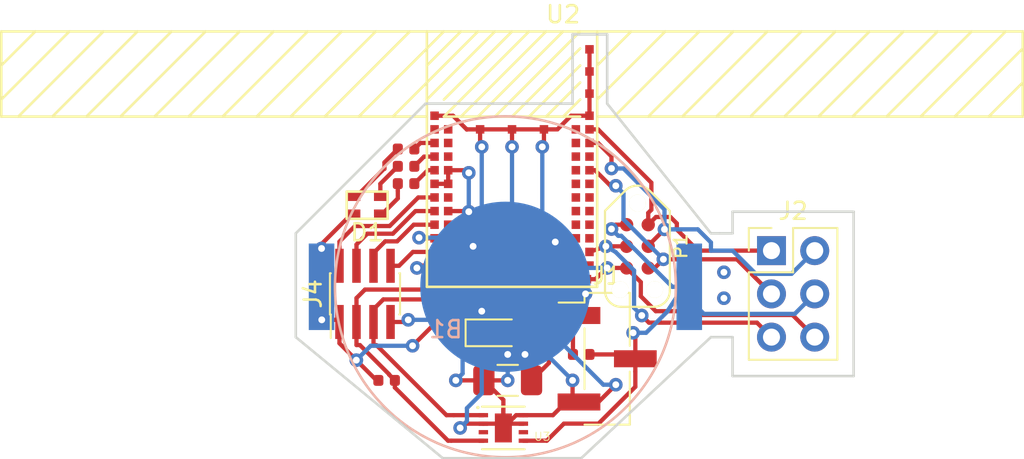
<source format=kicad_pcb>
(kicad_pcb (version 20171130) (host pcbnew 5.1.4-e60b266~84~ubuntu18.04.1)

  (general
    (thickness 1.6)
    (drawings 18)
    (tracks 318)
    (zones 0)
    (modules 17)
    (nets 59)
  )

  (page A4)
  (layers
    (0 F.Cu signal)
    (31 B.Cu signal)
    (32 B.Adhes user)
    (33 F.Adhes user)
    (34 B.Paste user)
    (35 F.Paste user)
    (36 B.SilkS user)
    (37 F.SilkS user)
    (38 B.Mask user)
    (39 F.Mask user)
    (40 Dwgs.User user)
    (41 Cmts.User user)
    (42 Eco1.User user)
    (43 Eco2.User user)
    (44 Edge.Cuts user)
    (45 Margin user)
    (46 B.CrtYd user)
    (47 F.CrtYd user)
    (48 B.Fab user)
    (49 F.Fab user)
  )

  (setup
    (last_trace_width 0.25)
    (trace_clearance 0.2)
    (zone_clearance 0.1)
    (zone_45_only no)
    (trace_min 0.2)
    (via_size 0.8)
    (via_drill 0.4)
    (via_min_size 0.4)
    (via_min_drill 0.3)
    (uvia_size 0.3)
    (uvia_drill 0.1)
    (uvias_allowed no)
    (uvia_min_size 0.2)
    (uvia_min_drill 0.1)
    (edge_width 0.15)
    (segment_width 0.2)
    (pcb_text_width 0.3)
    (pcb_text_size 1.5 1.5)
    (mod_edge_width 0.15)
    (mod_text_size 1 1)
    (mod_text_width 0.15)
    (pad_size 1.524 1.524)
    (pad_drill 0.762)
    (pad_to_mask_clearance 0.051)
    (solder_mask_min_width 0.25)
    (aux_axis_origin 0 0)
    (visible_elements FFFFFF7F)
    (pcbplotparams
      (layerselection 0x010fc_ffffffff)
      (usegerberextensions false)
      (usegerberattributes false)
      (usegerberadvancedattributes false)
      (creategerberjobfile false)
      (excludeedgelayer true)
      (linewidth 0.100000)
      (plotframeref false)
      (viasonmask false)
      (mode 1)
      (useauxorigin false)
      (hpglpennumber 1)
      (hpglpenspeed 20)
      (hpglpendiameter 15.000000)
      (psnegative false)
      (psa4output false)
      (plotreference true)
      (plotvalue true)
      (plotinvisibletext false)
      (padsonsilk false)
      (subtractmaskfromsilk false)
      (outputformat 1)
      (mirror false)
      (drillshape 0)
      (scaleselection 1)
      (outputdirectory "/home/bartlomiejzarnowski/Desktop/Marek-gerber/"))
  )

  (net 0 "")
  (net 1 +3V3)
  (net 2 GND)
  (net 3 /SWDIO_EXT)
  (net 4 /SWDCLK_EXT)
  (net 5 /nRESET)
  (net 6 /SWO_EXT)
  (net 7 /SDA)
  (net 8 /SCL)
  (net 9 /DS18B20)
  (net 10 "Net-(U2-Pad39)")
  (net 11 "Net-(U2-Pad24)")
  (net 12 "Net-(U2-Pad44)")
  (net 13 "Net-(U2-Pad34)")
  (net 14 "Net-(U2-Pad32)")
  (net 15 "Net-(U2-Pad30)")
  (net 16 "Net-(U2-Pad28)")
  (net 17 "Net-(U2-Pad46)")
  (net 18 "Net-(U2-Pad63)")
  (net 19 "Net-(U2-Pad64)")
  (net 20 "Net-(U2-Pad62)")
  (net 21 "Net-(U2-Pad60)")
  (net 22 "Net-(U2-Pad54)")
  (net 23 "Net-(U2-Pad50)")
  (net 24 "Net-(U2-Pad48)")
  (net 25 "Net-(U2-Pad17)")
  (net 26 "Net-(U2-Pad15)")
  (net 27 "Net-(U2-Pad13)")
  (net 28 "Net-(U2-Pad11)")
  (net 29 "Net-(U2-Pad5)")
  (net 30 "Net-(U2-Pad2)")
  (net 31 "Net-(U2-Pad4)")
  (net 32 "Net-(U2-Pad6)")
  (net 33 "Net-(U2-Pad8)")
  (net 34 "Net-(U2-Pad10)")
  (net 35 "Net-(U2-Pad12)")
  (net 36 "Net-(U2-Pad14)")
  (net 37 "Net-(U2-Pad16)")
  (net 38 "Net-(U2-Pad18)")
  (net 39 "Net-(U2-Pad20)")
  (net 40 "Net-(U3-Pad3)")
  (net 41 "Net-(U3-Pad6)")
  (net 42 "Net-(U2-Pad22)")
  (net 43 "Net-(U2-Pad21)")
  (net 44 /BTN-1)
  (net 45 "Net-(U2-Pad42)")
  (net 46 "Net-(U2-Pad9)")
  (net 47 "Net-(U2-Pad25)")
  (net 48 /ANALOG-1)
  (net 49 /ANALOG-2)
  (net 50 /IO-1)
  (net 51 /IO-2)
  (net 52 "Net-(U2-Pad41)")
  (net 53 "Net-(D1-Pad4)")
  (net 54 "Net-(D1-Pad3)")
  (net 55 "Net-(D1-Pad2)")
  (net 56 /LED_R)
  (net 57 /LED_B)
  (net 58 /LED_G)

  (net_class Default "This is the default net class."
    (clearance 0.2)
    (trace_width 0.25)
    (via_dia 0.8)
    (via_drill 0.4)
    (uvia_dia 0.3)
    (uvia_drill 0.1)
    (add_net +3V3)
    (add_net /ANALOG-1)
    (add_net /ANALOG-2)
    (add_net /BTN-1)
    (add_net /DS18B20)
    (add_net /IO-1)
    (add_net /IO-2)
    (add_net /LED_B)
    (add_net /LED_G)
    (add_net /LED_R)
    (add_net /SCL)
    (add_net /SDA)
    (add_net /SWDCLK_EXT)
    (add_net /SWDIO_EXT)
    (add_net /SWO_EXT)
    (add_net /nRESET)
    (add_net GND)
    (add_net "Net-(D1-Pad2)")
    (add_net "Net-(D1-Pad3)")
    (add_net "Net-(D1-Pad4)")
    (add_net "Net-(U2-Pad10)")
    (add_net "Net-(U2-Pad11)")
    (add_net "Net-(U2-Pad12)")
    (add_net "Net-(U2-Pad13)")
    (add_net "Net-(U2-Pad14)")
    (add_net "Net-(U2-Pad15)")
    (add_net "Net-(U2-Pad16)")
    (add_net "Net-(U2-Pad17)")
    (add_net "Net-(U2-Pad18)")
    (add_net "Net-(U2-Pad2)")
    (add_net "Net-(U2-Pad20)")
    (add_net "Net-(U2-Pad21)")
    (add_net "Net-(U2-Pad22)")
    (add_net "Net-(U2-Pad24)")
    (add_net "Net-(U2-Pad25)")
    (add_net "Net-(U2-Pad28)")
    (add_net "Net-(U2-Pad30)")
    (add_net "Net-(U2-Pad32)")
    (add_net "Net-(U2-Pad34)")
    (add_net "Net-(U2-Pad39)")
    (add_net "Net-(U2-Pad4)")
    (add_net "Net-(U2-Pad41)")
    (add_net "Net-(U2-Pad42)")
    (add_net "Net-(U2-Pad44)")
    (add_net "Net-(U2-Pad46)")
    (add_net "Net-(U2-Pad48)")
    (add_net "Net-(U2-Pad5)")
    (add_net "Net-(U2-Pad50)")
    (add_net "Net-(U2-Pad54)")
    (add_net "Net-(U2-Pad6)")
    (add_net "Net-(U2-Pad60)")
    (add_net "Net-(U2-Pad62)")
    (add_net "Net-(U2-Pad63)")
    (add_net "Net-(U2-Pad64)")
    (add_net "Net-(U2-Pad8)")
    (add_net "Net-(U2-Pad9)")
    (add_net "Net-(U3-Pad3)")
    (add_net "Net-(U3-Pad6)")
  )

  (net_class thin ""
    (clearance 0.2)
    (trace_width 0.2)
    (via_dia 0.8)
    (via_drill 0.4)
    (uvia_dia 0.3)
    (uvia_drill 0.1)
  )

  (module Resistor_SMD:R_0402_1005Metric (layer F.Cu) (tedit 5B301BBD) (tstamp 5D9004C1)
    (at 100.33 89.916 90)
    (descr "Resistor SMD 0402 (1005 Metric), square (rectangular) end terminal, IPC_7351 nominal, (Body size source: http://www.tortai-tech.com/upload/download/2011102023233369053.pdf), generated with kicad-footprint-generator")
    (tags resistor)
    (path /5C5F70CD)
    (attr smd)
    (fp_text reference R1 (at 0 -1.17 90) (layer F.SilkS) hide
      (effects (font (size 1 1) (thickness 0.15)))
    )
    (fp_text value 4,7k (at 0 1.17 90) (layer F.Fab) hide
      (effects (font (size 1 1) (thickness 0.15)))
    )
    (fp_text user %R (at 0 0 90) (layer F.Fab)
      (effects (font (size 0.25 0.25) (thickness 0.04)))
    )
    (fp_line (start 0.93 0.47) (end -0.93 0.47) (layer F.CrtYd) (width 0.05))
    (fp_line (start 0.93 -0.47) (end 0.93 0.47) (layer F.CrtYd) (width 0.05))
    (fp_line (start -0.93 -0.47) (end 0.93 -0.47) (layer F.CrtYd) (width 0.05))
    (fp_line (start -0.93 0.47) (end -0.93 -0.47) (layer F.CrtYd) (width 0.05))
    (fp_line (start 0.5 0.25) (end -0.5 0.25) (layer F.Fab) (width 0.1))
    (fp_line (start 0.5 -0.25) (end 0.5 0.25) (layer F.Fab) (width 0.1))
    (fp_line (start -0.5 -0.25) (end 0.5 -0.25) (layer F.Fab) (width 0.1))
    (fp_line (start -0.5 0.25) (end -0.5 -0.25) (layer F.Fab) (width 0.1))
    (pad 2 smd roundrect (at 0.485 0 90) (size 0.59 0.64) (layers F.Cu F.Paste F.Mask) (roundrect_rratio 0.25)
      (net 7 /SDA))
    (pad 1 smd roundrect (at -0.485 0 90) (size 0.59 0.64) (layers F.Cu F.Paste F.Mask) (roundrect_rratio 0.25)
      (net 1 +3V3))
    (model ${KISYS3DMOD}/Resistor_SMD.3dshapes/R_0402_1005Metric.wrl
      (at (xyz 0 0 0))
      (scale (xyz 1 1 1))
      (rotate (xyz 0 0 0))
    )
  )

  (module Laird:BL654 (layer F.Cu) (tedit 5C5FFBB9) (tstamp 5D8EDAA8)
    (at 104.14 78.486)
    (path /5C5F6F2C)
    (fp_text reference U2 (at 3 -6) (layer F.SilkS)
      (effects (font (size 1 1) (thickness 0.15)))
    )
    (fp_text value BL654 (at -3 -6) (layer F.Fab)
      (effects (font (size 1 1) (thickness 0.15)))
    )
    (fp_line (start -30 -1) (end -26 -5) (layer F.SilkS) (width 0.15))
    (fp_line (start -27 0) (end -22 -5) (layer F.SilkS) (width 0.15))
    (fp_line (start -19 0) (end -14 -5) (layer F.SilkS) (width 0.15))
    (fp_line (start -17 0) (end -12 -5) (layer F.SilkS) (width 0.15))
    (fp_line (start -13 0) (end -8 -5) (layer F.SilkS) (width 0.15))
    (fp_line (start -9 0) (end -5 -4) (layer F.SilkS) (width 0.15))
    (fp_line (start -7 0) (end -5 -2) (layer F.SilkS) (width 0.15))
    (fp_line (start -15 0) (end -10 -5) (layer F.SilkS) (width 0.15))
    (fp_line (start -11 0) (end -6 -5) (layer F.SilkS) (width 0.15))
    (fp_line (start -5 0) (end -30 0) (layer F.SilkS) (width 0.15))
    (fp_line (start -23 0) (end -18 -5) (layer F.SilkS) (width 0.15))
    (fp_line (start -5 -5) (end -30 -5) (layer F.SilkS) (width 0.15))
    (fp_line (start -29 0) (end -24 -5) (layer F.SilkS) (width 0.15))
    (fp_line (start -21 0) (end -16 -5) (layer F.SilkS) (width 0.15))
    (fp_line (start -25 0) (end -20 -5) (layer F.SilkS) (width 0.15))
    (fp_line (start -30 -3) (end -28 -5) (layer F.SilkS) (width 0.15))
    (fp_line (start -30 0) (end -30 -5) (layer F.SilkS) (width 0.15))
    (fp_line (start 28 0) (end 30 -2) (layer F.SilkS) (width 0.15))
    (fp_line (start 26 0) (end 30 -4) (layer F.SilkS) (width 0.15))
    (fp_line (start 24 0) (end 29 -5) (layer F.SilkS) (width 0.15))
    (fp_line (start 22 0) (end 27 -5) (layer F.SilkS) (width 0.15))
    (fp_line (start 20 0) (end 25 -5) (layer F.SilkS) (width 0.15))
    (fp_line (start 18 0) (end 23 -5) (layer F.SilkS) (width 0.15))
    (fp_line (start 16 0) (end 21 -5) (layer F.SilkS) (width 0.15))
    (fp_line (start 14 0) (end 19 -5) (layer F.SilkS) (width 0.15))
    (fp_line (start 12 0) (end 17 -5) (layer F.SilkS) (width 0.15))
    (fp_line (start 10 0) (end 15 -5) (layer F.SilkS) (width 0.15))
    (fp_line (start 8 0) (end 13 -5) (layer F.SilkS) (width 0.15))
    (fp_line (start 6 0) (end 11 -5) (layer F.SilkS) (width 0.15))
    (fp_line (start 5 -1) (end 9 -5) (layer F.SilkS) (width 0.15))
    (fp_line (start 5 -3) (end 7 -5) (layer F.SilkS) (width 0.15))
    (fp_line (start 30 -5) (end 5 -5) (layer F.SilkS) (width 0.15))
    (fp_line (start 30 0) (end 30 -5) (layer F.SilkS) (width 0.15))
    (fp_line (start 30 0) (end 5 0) (layer F.SilkS) (width 0.15))
    (fp_line (start -4 0) (end 4 0) (layer F.SilkS) (width 0.15))
    (fp_line (start 2 0) (end 4 -2) (layer F.SilkS) (width 0.15))
    (fp_line (start 3 0) (end 4 -1) (layer F.SilkS) (width 0.15))
    (fp_line (start 1 0) (end 4 -3) (layer F.SilkS) (width 0.15))
    (fp_line (start 0 0) (end 4 -4) (layer F.SilkS) (width 0.15))
    (fp_line (start -1 0) (end 4 -5) (layer F.SilkS) (width 0.15))
    (fp_line (start -2 0) (end 3 -5) (layer F.SilkS) (width 0.15))
    (fp_line (start -3 0) (end 2 -5) (layer F.SilkS) (width 0.15))
    (fp_line (start -4 0) (end 1 -5) (layer F.SilkS) (width 0.15))
    (fp_line (start -4 -1) (end 0 -5) (layer F.SilkS) (width 0.15))
    (fp_line (start -5 -1) (end -1 -5) (layer F.SilkS) (width 0.15))
    (fp_line (start -5 -2) (end -2 -5) (layer F.SilkS) (width 0.15))
    (fp_line (start -5 -3) (end -3 -5) (layer F.SilkS) (width 0.15))
    (fp_line (start -5 -4) (end -4 -5) (layer F.SilkS) (width 0.15))
    (fp_line (start -5 -5) (end -5 10) (layer F.SilkS) (width 0.15))
    (fp_line (start 5 -5) (end -5 -5) (layer F.SilkS) (width 0.15))
    (fp_line (start 5 10) (end 5 -5) (layer F.SilkS) (width 0.15))
    (fp_line (start -5 10) (end 5 10) (layer F.SilkS) (width 0.15))
    (pad 68 smd rect (at 4.55 -3.95) (size 0.5 0.5) (layers F.Cu F.Paste F.Mask)
      (net 2 GND))
    (pad 67 smd rect (at 4.55 -2.65) (size 0.5 0.5) (layers F.Cu F.Paste F.Mask)
      (net 2 GND))
    (pad 66 smd rect (at 4.55 -1.35) (size 0.5 0.5) (layers F.Cu F.Paste F.Mask)
      (net 2 GND))
    (pad 71 smd rect (at -1.875 0.75) (size 0.5 0.5) (layers F.Cu F.Paste F.Mask)
      (net 2 GND))
    (pad 70 smd rect (at 0 0.75) (size 0.5 0.5) (layers F.Cu F.Paste F.Mask)
      (net 2 GND))
    (pad 69 smd rect (at 1.875 0.75) (size 0.5 0.5) (layers F.Cu F.Paste F.Mask)
      (net 2 GND))
    (pad 20 smd rect (at 3.75 7.95) (size 0.5 0.5) (layers F.Cu F.Paste F.Mask)
      (net 39 "Net-(U2-Pad20)"))
    (pad 18 smd rect (at 3.75 7.15) (size 0.5 0.5) (layers F.Cu F.Paste F.Mask)
      (net 38 "Net-(U2-Pad18)"))
    (pad 16 smd rect (at 3.75 6.35) (size 0.5 0.5) (layers F.Cu F.Paste F.Mask)
      (net 37 "Net-(U2-Pad16)"))
    (pad 14 smd rect (at 3.75 5.55) (size 0.5 0.5) (layers F.Cu F.Paste F.Mask)
      (net 36 "Net-(U2-Pad14)"))
    (pad 12 smd rect (at 3.75 4.75) (size 0.5 0.5) (layers F.Cu F.Paste F.Mask)
      (net 35 "Net-(U2-Pad12)"))
    (pad 10 smd rect (at 3.75 3.95) (size 0.5 0.5) (layers F.Cu F.Paste F.Mask)
      (net 34 "Net-(U2-Pad10)"))
    (pad 8 smd rect (at 3.75 3.15) (size 0.5 0.5) (layers F.Cu F.Paste F.Mask)
      (net 33 "Net-(U2-Pad8)"))
    (pad 6 smd rect (at 3.75 2.35) (size 0.5 0.5) (layers F.Cu F.Paste F.Mask)
      (net 32 "Net-(U2-Pad6)"))
    (pad 4 smd rect (at 3.75 1.55) (size 0.5 0.5) (layers F.Cu F.Paste F.Mask)
      (net 31 "Net-(U2-Pad4)"))
    (pad 2 smd rect (at 3.75 0.75) (size 0.5 0.5) (layers F.Cu F.Paste F.Mask)
      (net 30 "Net-(U2-Pad2)"))
    (pad 0 smd rect (at 4.55 -0.05) (size 0.5 0.5) (layers F.Cu F.Paste F.Mask)
      (net 2 GND))
    (pad 1 smd rect (at 4.55 0.75) (size 0.5 0.5) (layers F.Cu F.Paste F.Mask)
      (net 3 /SWDIO_EXT))
    (pad 3 smd rect (at 4.55 1.55) (size 0.5 0.5) (layers F.Cu F.Paste F.Mask)
      (net 4 /SWDCLK_EXT))
    (pad 5 smd rect (at 4.55 2.35) (size 0.5 0.5) (layers F.Cu F.Paste F.Mask)
      (net 29 "Net-(U2-Pad5)"))
    (pad 7 smd rect (at 4.55 3.15) (size 0.5 0.5) (layers F.Cu F.Paste F.Mask)
      (net 6 /SWO_EXT))
    (pad 9 smd rect (at 4.55 3.95) (size 0.5 0.5) (layers F.Cu F.Paste F.Mask)
      (net 46 "Net-(U2-Pad9)"))
    (pad 11 smd rect (at 4.55 4.75) (size 0.5 0.5) (layers F.Cu F.Paste F.Mask)
      (net 28 "Net-(U2-Pad11)"))
    (pad 13 smd rect (at 4.55 5.55) (size 0.5 0.5) (layers F.Cu F.Paste F.Mask)
      (net 27 "Net-(U2-Pad13)"))
    (pad 15 smd rect (at 4.55 6.35) (size 0.5 0.5) (layers F.Cu F.Paste F.Mask)
      (net 26 "Net-(U2-Pad15)"))
    (pad 17 smd rect (at 4.55 7.15) (size 0.5 0.5) (layers F.Cu F.Paste F.Mask)
      (net 25 "Net-(U2-Pad17)"))
    (pad 19 smd rect (at 4.55 7.95) (size 0.5 0.5) (layers F.Cu F.Paste F.Mask)
      (net 5 /nRESET))
    (pad 48 smd rect (at -3.75 7.15) (size 0.5 0.5) (layers F.Cu F.Paste F.Mask)
      (net 24 "Net-(U2-Pad48)"))
    (pad 50 smd rect (at -3.75 6.35) (size 0.5 0.5) (layers F.Cu F.Paste F.Mask)
      (net 23 "Net-(U2-Pad50)"))
    (pad 52 smd rect (at -3.75 5.55) (size 0.5 0.5) (layers F.Cu F.Paste F.Mask)
      (net 2 GND))
    (pad 54 smd rect (at -3.75 4.75) (size 0.5 0.5) (layers F.Cu F.Paste F.Mask)
      (net 22 "Net-(U2-Pad54)"))
    (pad 56 smd rect (at -3.75 3.95) (size 0.5 0.5) (layers F.Cu F.Paste F.Mask)
      (net 2 GND))
    (pad 58 smd rect (at -3.75 3.15) (size 0.5 0.5) (layers F.Cu F.Paste F.Mask)
      (net 2 GND))
    (pad 60 smd rect (at -3.75 2.35) (size 0.5 0.5) (layers F.Cu F.Paste F.Mask)
      (net 21 "Net-(U2-Pad60)"))
    (pad 62 smd rect (at -3.75 1.55) (size 0.5 0.5) (layers F.Cu F.Paste F.Mask)
      (net 20 "Net-(U2-Pad62)"))
    (pad 64 smd rect (at -3.75 0.75) (size 0.5 0.5) (layers F.Cu F.Paste F.Mask)
      (net 19 "Net-(U2-Pad64)"))
    (pad 65 smd rect (at -4.55 -0.05) (size 0.5 0.5) (layers F.Cu F.Paste F.Mask)
      (net 2 GND))
    (pad 63 smd rect (at -4.55 0.75) (size 0.5 0.5) (layers F.Cu F.Paste F.Mask)
      (net 18 "Net-(U2-Pad63)"))
    (pad 61 smd rect (at -4.55 1.55) (size 0.5 0.5) (layers F.Cu F.Paste F.Mask)
      (net 56 /LED_R))
    (pad 59 smd rect (at -4.55 2.35) (size 0.5 0.5) (layers F.Cu F.Paste F.Mask)
      (net 58 /LED_G))
    (pad 57 smd rect (at -4.55 3.15) (size 0.5 0.5) (layers F.Cu F.Paste F.Mask)
      (net 57 /LED_B))
    (pad 55 smd rect (at -4.55 3.95) (size 0.5 0.5) (layers F.Cu F.Paste F.Mask)
      (net 2 GND))
    (pad 53 smd rect (at -4.55 4.75) (size 0.5 0.5) (layers F.Cu F.Paste F.Mask)
      (net 51 /IO-2))
    (pad 51 smd rect (at -4.55 5.55) (size 0.5 0.5) (layers F.Cu F.Paste F.Mask)
      (net 50 /IO-1))
    (pad 49 smd rect (at -4.55 6.35) (size 0.5 0.5) (layers F.Cu F.Paste F.Mask)
      (net 48 /ANALOG-1))
    (pad 47 smd rect (at -4.55 7.15) (size 0.5 0.5) (layers F.Cu F.Paste F.Mask)
      (net 2 GND))
    (pad 46 smd rect (at -3.75 7.95) (size 0.5 0.5) (layers F.Cu F.Paste F.Mask)
      (net 17 "Net-(U2-Pad46)"))
    (pad 45 smd rect (at -4.55 7.95) (size 0.5 0.5) (layers F.Cu F.Paste F.Mask)
      (net 49 /ANALOG-2))
    (pad 26 smd rect (at 2.8 8.75) (size 0.5 0.5) (layers F.Cu F.Paste F.Mask)
      (net 2 GND))
    (pad 28 smd rect (at 2 8.75) (size 0.5 0.5) (layers F.Cu F.Paste F.Mask)
      (net 16 "Net-(U2-Pad28)"))
    (pad 30 smd rect (at 1.2 8.75) (size 0.5 0.5) (layers F.Cu F.Paste F.Mask)
      (net 15 "Net-(U2-Pad30)"))
    (pad 32 smd rect (at 0.4 8.75) (size 0.5 0.5) (layers F.Cu F.Paste F.Mask)
      (net 14 "Net-(U2-Pad32)"))
    (pad 34 smd rect (at -0.4 8.75) (size 0.5 0.5) (layers F.Cu F.Paste F.Mask)
      (net 13 "Net-(U2-Pad34)"))
    (pad 36 smd rect (at -1.2 8.75) (size 0.5 0.5) (layers F.Cu F.Paste F.Mask)
      (net 7 /SDA))
    (pad 38 smd rect (at -2 8.75) (size 0.5 0.5) (layers F.Cu F.Paste F.Mask)
      (net 8 /SCL))
    (pad 40 smd rect (at -2.8 8.75) (size 0.5 0.5) (layers F.Cu F.Paste F.Mask)
      (net 2 GND))
    (pad 21 smd rect (at 4.55 8.75) (size 0.5 0.5) (layers F.Cu F.Paste F.Mask)
      (net 43 "Net-(U2-Pad21)"))
    (pad 22 smd rect (at 3.75 8.75) (size 0.5 0.5) (layers F.Cu F.Paste F.Mask)
      (net 42 "Net-(U2-Pad22)"))
    (pad 44 smd rect (at -3.75 8.75) (size 0.5 0.5) (layers F.Cu F.Paste F.Mask)
      (net 12 "Net-(U2-Pad44)"))
    (pad 43 smd rect (at -4.55 8.75) (size 0.5 0.5) (layers F.Cu F.Paste F.Mask)
      (net 2 GND))
    (pad 23 smd rect (at 4.4 9.55) (size 0.5 0.5) (layers F.Cu F.Paste F.Mask)
      (net 2 GND))
    (pad 24 smd rect (at 3.6 9.55) (size 0.5 0.5) (layers F.Cu F.Paste F.Mask)
      (net 11 "Net-(U2-Pad24)"))
    (pad 25 smd rect (at 2.8 9.55) (size 0.5 0.5) (layers F.Cu F.Paste F.Mask)
      (net 47 "Net-(U2-Pad25)"))
    (pad 27 smd rect (at 2 9.55) (size 0.5 0.5) (layers F.Cu F.Paste F.Mask)
      (net 9 /DS18B20))
    (pad 29 smd rect (at 1.2 9.55) (size 0.5 0.5) (layers F.Cu F.Paste F.Mask)
      (net 44 /BTN-1))
    (pad 31 smd rect (at 0.4 9.55) (size 0.5 0.5) (layers F.Cu F.Paste F.Mask)
      (net 1 +3V3))
    (pad 33 smd rect (at -0.4 9.55) (size 0.5 0.5) (layers F.Cu F.Paste F.Mask)
      (net 2 GND))
    (pad 35 smd rect (at -1.2 9.55) (size 0.5 0.5) (layers F.Cu F.Paste F.Mask)
      (net 7 /SDA))
    (pad 37 smd rect (at -2 9.55) (size 0.5 0.5) (layers F.Cu F.Paste F.Mask)
      (net 8 /SCL))
    (pad 39 smd rect (at -2.8 9.55) (size 0.5 0.5) (layers F.Cu F.Paste F.Mask)
      (net 10 "Net-(U2-Pad39)"))
    (pad 41 smd rect (at -3.6 9.55) (size 0.5 0.5) (layers F.Cu F.Paste F.Mask)
      (net 52 "Net-(U2-Pad41)"))
    (pad 42 smd rect (at -4.4 9.55) (size 0.5 0.5) (layers F.Cu F.Paste F.Mask)
      (net 45 "Net-(U2-Pad42)"))
  )

  (module Capacitor_SMD:C_0402_1005Metric (layer F.Cu) (tedit 5B301BBE) (tstamp 5D8FE398)
    (at 105.664 91.186 270)
    (descr "Capacitor SMD 0402 (1005 Metric), square (rectangular) end terminal, IPC_7351 nominal, (Body size source: http://www.tortai-tech.com/upload/download/2011102023233369053.pdf), generated with kicad-footprint-generator")
    (tags capacitor)
    (path /5C5F7FF2)
    (attr smd)
    (fp_text reference C1 (at 0 -1.17 270) (layer F.SilkS) hide
      (effects (font (size 1 1) (thickness 0.15)))
    )
    (fp_text value 100nF (at 0 1.17 270) (layer F.Fab) hide
      (effects (font (size 1 1) (thickness 0.15)))
    )
    (fp_text user %R (at 0 0 270) (layer F.Fab)
      (effects (font (size 0.25 0.25) (thickness 0.04)))
    )
    (fp_line (start 0.93 0.47) (end -0.93 0.47) (layer F.CrtYd) (width 0.05))
    (fp_line (start 0.93 -0.47) (end 0.93 0.47) (layer F.CrtYd) (width 0.05))
    (fp_line (start -0.93 -0.47) (end 0.93 -0.47) (layer F.CrtYd) (width 0.05))
    (fp_line (start -0.93 0.47) (end -0.93 -0.47) (layer F.CrtYd) (width 0.05))
    (fp_line (start 0.5 0.25) (end -0.5 0.25) (layer F.Fab) (width 0.1))
    (fp_line (start 0.5 -0.25) (end 0.5 0.25) (layer F.Fab) (width 0.1))
    (fp_line (start -0.5 -0.25) (end 0.5 -0.25) (layer F.Fab) (width 0.1))
    (fp_line (start -0.5 0.25) (end -0.5 -0.25) (layer F.Fab) (width 0.1))
    (pad 2 smd roundrect (at 0.485 0 270) (size 0.59 0.64) (layers F.Cu F.Paste F.Mask) (roundrect_rratio 0.25)
      (net 2 GND))
    (pad 1 smd roundrect (at -0.485 0 270) (size 0.59 0.64) (layers F.Cu F.Paste F.Mask) (roundrect_rratio 0.25)
      (net 1 +3V3))
    (model ${KISYS3DMOD}/Capacitor_SMD.3dshapes/C_0402_1005Metric.wrl
      (at (xyz 0 0 0))
      (scale (xyz 1 1 1))
      (rotate (xyz 0 0 0))
    )
  )

  (module Connector_PinHeader_1.00mm:PinHeader_2x04_P1.00mm_Vertical_SMD (layer F.Cu) (tedit 59FED738) (tstamp 5D8EE290)
    (at 95.504 88.9 90)
    (descr "surface-mounted straight pin header, 2x04, 1.00mm pitch, double rows")
    (tags "Surface mounted pin header SMD 2x04 1.00mm double row")
    (path /5D66D1C0)
    (attr smd)
    (fp_text reference J4 (at 0 -3.06 90) (layer F.SilkS)
      (effects (font (size 1 1) (thickness 0.15)))
    )
    (fp_text value Ext (at 0 3.06 90) (layer F.Fab)
      (effects (font (size 1 1) (thickness 0.15)))
    )
    (fp_text user %R (at 0 0 180) (layer F.Fab)
      (effects (font (size 1 1) (thickness 0.15)))
    )
    (fp_line (start 3.65 -2.5) (end -3.65 -2.5) (layer F.CrtYd) (width 0.05))
    (fp_line (start 3.65 2.5) (end 3.65 -2.5) (layer F.CrtYd) (width 0.05))
    (fp_line (start -3.65 2.5) (end 3.65 2.5) (layer F.CrtYd) (width 0.05))
    (fp_line (start -3.65 -2.5) (end -3.65 2.5) (layer F.CrtYd) (width 0.05))
    (fp_line (start 1.21 2.01) (end 1.21 2.06) (layer F.SilkS) (width 0.12))
    (fp_line (start -1.21 2.01) (end -1.21 2.06) (layer F.SilkS) (width 0.12))
    (fp_line (start 1.21 -2.06) (end 1.21 -2.01) (layer F.SilkS) (width 0.12))
    (fp_line (start -1.21 -2.06) (end -1.21 -2.01) (layer F.SilkS) (width 0.12))
    (fp_line (start -2.59 -2.01) (end -1.21 -2.01) (layer F.SilkS) (width 0.12))
    (fp_line (start -1.21 2.06) (end 1.21 2.06) (layer F.SilkS) (width 0.12))
    (fp_line (start -1.21 -2.06) (end 1.21 -2.06) (layer F.SilkS) (width 0.12))
    (fp_line (start 2.4 1.65) (end 1.15 1.65) (layer F.Fab) (width 0.1))
    (fp_line (start 2.4 1.35) (end 2.4 1.65) (layer F.Fab) (width 0.1))
    (fp_line (start 1.15 1.35) (end 2.4 1.35) (layer F.Fab) (width 0.1))
    (fp_line (start -2.4 1.65) (end -1.15 1.65) (layer F.Fab) (width 0.1))
    (fp_line (start -2.4 1.35) (end -2.4 1.65) (layer F.Fab) (width 0.1))
    (fp_line (start -1.15 1.35) (end -2.4 1.35) (layer F.Fab) (width 0.1))
    (fp_line (start 2.4 0.65) (end 1.15 0.65) (layer F.Fab) (width 0.1))
    (fp_line (start 2.4 0.35) (end 2.4 0.65) (layer F.Fab) (width 0.1))
    (fp_line (start 1.15 0.35) (end 2.4 0.35) (layer F.Fab) (width 0.1))
    (fp_line (start -2.4 0.65) (end -1.15 0.65) (layer F.Fab) (width 0.1))
    (fp_line (start -2.4 0.35) (end -2.4 0.65) (layer F.Fab) (width 0.1))
    (fp_line (start -1.15 0.35) (end -2.4 0.35) (layer F.Fab) (width 0.1))
    (fp_line (start 2.4 -0.35) (end 1.15 -0.35) (layer F.Fab) (width 0.1))
    (fp_line (start 2.4 -0.65) (end 2.4 -0.35) (layer F.Fab) (width 0.1))
    (fp_line (start 1.15 -0.65) (end 2.4 -0.65) (layer F.Fab) (width 0.1))
    (fp_line (start -2.4 -0.35) (end -1.15 -0.35) (layer F.Fab) (width 0.1))
    (fp_line (start -2.4 -0.65) (end -2.4 -0.35) (layer F.Fab) (width 0.1))
    (fp_line (start -1.15 -0.65) (end -2.4 -0.65) (layer F.Fab) (width 0.1))
    (fp_line (start 2.4 -1.35) (end 1.15 -1.35) (layer F.Fab) (width 0.1))
    (fp_line (start 2.4 -1.65) (end 2.4 -1.35) (layer F.Fab) (width 0.1))
    (fp_line (start 1.15 -1.65) (end 2.4 -1.65) (layer F.Fab) (width 0.1))
    (fp_line (start -2.4 -1.35) (end -1.15 -1.35) (layer F.Fab) (width 0.1))
    (fp_line (start -2.4 -1.65) (end -2.4 -1.35) (layer F.Fab) (width 0.1))
    (fp_line (start -1.15 -1.65) (end -2.4 -1.65) (layer F.Fab) (width 0.1))
    (fp_line (start 1.15 -2) (end 1.15 2) (layer F.Fab) (width 0.1))
    (fp_line (start -1.15 -1.65) (end -0.8 -2) (layer F.Fab) (width 0.1))
    (fp_line (start -1.15 2) (end -1.15 -1.65) (layer F.Fab) (width 0.1))
    (fp_line (start -0.8 -2) (end 1.15 -2) (layer F.Fab) (width 0.1))
    (fp_line (start 1.15 2) (end -1.15 2) (layer F.Fab) (width 0.1))
    (pad 8 smd rect (at 1.65 1.5 90) (size 2 0.5) (layers F.Cu F.Paste F.Mask)
      (net 49 /ANALOG-2))
    (pad 7 smd rect (at -1.65 1.5 90) (size 2 0.5) (layers F.Cu F.Paste F.Mask)
      (net 2 GND))
    (pad 6 smd rect (at 1.65 0.5 90) (size 2 0.5) (layers F.Cu F.Paste F.Mask)
      (net 48 /ANALOG-1))
    (pad 5 smd rect (at -1.65 0.5 90) (size 2 0.5) (layers F.Cu F.Paste F.Mask)
      (net 7 /SDA))
    (pad 4 smd rect (at 1.65 -0.5 90) (size 2 0.5) (layers F.Cu F.Paste F.Mask)
      (net 50 /IO-1))
    (pad 3 smd rect (at -1.65 -0.5 90) (size 2 0.5) (layers F.Cu F.Paste F.Mask)
      (net 8 /SCL))
    (pad 2 smd rect (at 1.65 -1.5 90) (size 2 0.5) (layers F.Cu F.Paste F.Mask)
      (net 51 /IO-2))
    (pad 1 smd rect (at -1.65 -1.5 90) (size 2 0.5) (layers F.Cu F.Paste F.Mask)
      (net 1 +3V3))
    (model ${KISYS3DMOD}/Connector_PinHeader_1.00mm.3dshapes/PinHeader_2x04_P1.00mm_Vertical_SMD.wrl
      (at (xyz 0 0 0))
      (scale (xyz 1 1 1))
      (rotate (xyz 0 0 0))
    )
  )

  (module CR2032_BatHolder:Cr2032-Holder (layer B.Cu) (tedit 5D9D77EF) (tstamp 5D8FB5F5)
    (at 103.752 88.483493)
    (path /5D75D3B3)
    (fp_text reference B1 (at -3.5 2.5) (layer B.SilkS)
      (effects (font (size 1 1) (thickness 0.15)) (justify mirror))
    )
    (fp_text value Battery (at 0 4) (layer B.Fab)
      (effects (font (size 1 1) (thickness 0.15)) (justify mirror))
    )
    (fp_circle (center 0 0) (end 10 -0.5) (layer B.SilkS) (width 0.15))
    (pad 2 smd circle (at 0 0) (size 10 10) (layers B.Cu B.Mask)
      (net 2 GND))
    (pad 1 smd rect (at -10.8 0) (size 1.5 5.08) (layers B.Cu B.Paste B.Mask)
      (net 1 +3V3))
    (pad 1 smd rect (at 10.8 0) (size 1.5 5.08) (layers B.Cu B.Paste B.Mask)
      (net 1 +3V3))
  )

  (module Capacitor_Tantalum_SMD:CP_EIA-2012-12_Kemet-R (layer F.Cu) (tedit 5B301BBE) (tstamp 5D8ED969)
    (at 103.124 91.186)
    (descr "Tantalum Capacitor SMD Kemet-R (2012-12 Metric), IPC_7351 nominal, (Body size from: https://www.vishay.com/docs/40182/tmch.pdf), generated with kicad-footprint-generator")
    (tags "capacitor tantalum")
    (path /5CB235A5)
    (attr smd)
    (fp_text reference C2 (at 0 -1.58) (layer F.SilkS) hide
      (effects (font (size 1 1) (thickness 0.15)))
    )
    (fp_text value 10uF (at 0 1.58) (layer F.Fab) hide
      (effects (font (size 1 1) (thickness 0.15)))
    )
    (fp_text user %R (at 0 0) (layer F.Fab)
      (effects (font (size 0.5 0.5) (thickness 0.08)))
    )
    (fp_line (start 1.7 0.88) (end -1.7 0.88) (layer F.CrtYd) (width 0.05))
    (fp_line (start 1.7 -0.88) (end 1.7 0.88) (layer F.CrtYd) (width 0.05))
    (fp_line (start -1.7 -0.88) (end 1.7 -0.88) (layer F.CrtYd) (width 0.05))
    (fp_line (start -1.7 0.88) (end -1.7 -0.88) (layer F.CrtYd) (width 0.05))
    (fp_line (start -1.71 0.785) (end 1 0.785) (layer F.SilkS) (width 0.12))
    (fp_line (start -1.71 -0.785) (end -1.71 0.785) (layer F.SilkS) (width 0.12))
    (fp_line (start 1 -0.785) (end -1.71 -0.785) (layer F.SilkS) (width 0.12))
    (fp_line (start 1 0.625) (end 1 -0.625) (layer F.Fab) (width 0.1))
    (fp_line (start -1 0.625) (end 1 0.625) (layer F.Fab) (width 0.1))
    (fp_line (start -1 -0.3125) (end -1 0.625) (layer F.Fab) (width 0.1))
    (fp_line (start -0.6875 -0.625) (end -1 -0.3125) (layer F.Fab) (width 0.1))
    (fp_line (start 1 -0.625) (end -0.6875 -0.625) (layer F.Fab) (width 0.1))
    (pad 2 smd roundrect (at 0.8875 0) (size 1.125 1.05) (layers F.Cu F.Paste F.Mask) (roundrect_rratio 0.238095)
      (net 2 GND))
    (pad 1 smd roundrect (at -0.8875 0) (size 1.125 1.05) (layers F.Cu F.Paste F.Mask) (roundrect_rratio 0.238095)
      (net 1 +3V3))
    (model ${KISYS3DMOD}/Capacitor_Tantalum_SMD.3dshapes/CP_EIA-2012-12_Kemet-R.wrl
      (at (xyz 0 0 0))
      (scale (xyz 1 1 1))
      (rotate (xyz 0 0 0))
    )
  )

  (module Connector_PinHeader_2.54mm:PinHeader_1x03_P2.54mm_Vertical_SMD_Pin1Left (layer F.Cu) (tedit 59FED5CC) (tstamp 5D8FF9F3)
    (at 109.728 92.71)
    (descr "surface-mounted straight pin header, 1x03, 2.54mm pitch, single row, style 1 (pin 1 left)")
    (tags "Surface mounted pin header SMD 1x03 2.54mm single row style1 pin1 left")
    (path /5D66D7F7)
    (attr smd)
    (fp_text reference J1 (at 0 -4.87) (layer F.SilkS)
      (effects (font (size 1 1) (thickness 0.15)))
    )
    (fp_text value DS18B20 (at 0 4.87) (layer F.Fab) hide
      (effects (font (size 1 1) (thickness 0.15)))
    )
    (fp_text user %R (at 0 0 90) (layer F.Fab)
      (effects (font (size 1 1) (thickness 0.15)))
    )
    (fp_line (start 3.45 -4.35) (end -3.45 -4.35) (layer F.CrtYd) (width 0.05))
    (fp_line (start 3.45 4.35) (end 3.45 -4.35) (layer F.CrtYd) (width 0.05))
    (fp_line (start -3.45 4.35) (end 3.45 4.35) (layer F.CrtYd) (width 0.05))
    (fp_line (start -3.45 -4.35) (end -3.45 4.35) (layer F.CrtYd) (width 0.05))
    (fp_line (start -1.33 -1.78) (end -1.33 1.78) (layer F.SilkS) (width 0.12))
    (fp_line (start 1.33 0.76) (end 1.33 3.87) (layer F.SilkS) (width 0.12))
    (fp_line (start 1.33 3.3) (end 1.33 3.87) (layer F.SilkS) (width 0.12))
    (fp_line (start -1.33 -3.87) (end -1.33 -3.3) (layer F.SilkS) (width 0.12))
    (fp_line (start -1.33 -3.3) (end -2.85 -3.3) (layer F.SilkS) (width 0.12))
    (fp_line (start 1.33 -3.87) (end 1.33 -0.76) (layer F.SilkS) (width 0.12))
    (fp_line (start -1.33 3.87) (end 1.33 3.87) (layer F.SilkS) (width 0.12))
    (fp_line (start -1.33 -3.87) (end 1.33 -3.87) (layer F.SilkS) (width 0.12))
    (fp_line (start 2.54 0.32) (end 1.27 0.32) (layer F.Fab) (width 0.1))
    (fp_line (start 2.54 -0.32) (end 2.54 0.32) (layer F.Fab) (width 0.1))
    (fp_line (start 1.27 -0.32) (end 2.54 -0.32) (layer F.Fab) (width 0.1))
    (fp_line (start -2.54 2.86) (end -1.27 2.86) (layer F.Fab) (width 0.1))
    (fp_line (start -2.54 2.22) (end -2.54 2.86) (layer F.Fab) (width 0.1))
    (fp_line (start -1.27 2.22) (end -2.54 2.22) (layer F.Fab) (width 0.1))
    (fp_line (start -2.54 -2.22) (end -1.27 -2.22) (layer F.Fab) (width 0.1))
    (fp_line (start -2.54 -2.86) (end -2.54 -2.22) (layer F.Fab) (width 0.1))
    (fp_line (start -1.27 -2.86) (end -2.54 -2.86) (layer F.Fab) (width 0.1))
    (fp_line (start 1.27 -3.81) (end 1.27 3.81) (layer F.Fab) (width 0.1))
    (fp_line (start -1.27 -2.86) (end -0.32 -3.81) (layer F.Fab) (width 0.1))
    (fp_line (start -1.27 3.81) (end -1.27 -2.86) (layer F.Fab) (width 0.1))
    (fp_line (start -0.32 -3.81) (end 1.27 -3.81) (layer F.Fab) (width 0.1))
    (fp_line (start 1.27 3.81) (end -1.27 3.81) (layer F.Fab) (width 0.1))
    (pad 2 smd rect (at 1.655 0) (size 2.51 1) (layers F.Cu F.Paste F.Mask)
      (net 1 +3V3))
    (pad 3 smd rect (at -1.655 2.54) (size 2.51 1) (layers F.Cu F.Paste F.Mask)
      (net 2 GND))
    (pad 1 smd rect (at -1.655 -2.54) (size 2.51 1) (layers F.Cu F.Paste F.Mask)
      (net 9 /DS18B20))
    (model ${KISYS3DMOD}/Connector_PinHeader_2.54mm.3dshapes/PinHeader_1x03_P2.54mm_Vertical_SMD_Pin1Left.wrl
      (at (xyz 0 0 0))
      (scale (xyz 1 1 1))
      (rotate (xyz 0 0 0))
    )
  )

  (module Tag-Connect:TC2030-NL_SMALL (layer F.Cu) (tedit 4FBCCECC) (tstamp 5D8ED9D5)
    (at 111.506 86.106 270)
    (descr "Tag-Connect TC2030-NL footprint by carloscuev@gmail.com")
    (tags "Tag-Connect TC2030-NL")
    (path /5C982CF8)
    (clearance 0.127)
    (attr virtual)
    (fp_text reference P1 (at 0 -2.54 270) (layer F.SilkS)
      (effects (font (size 0.75692 0.75692) (thickness 0.127)))
    )
    (fp_text value TC2030-CTX (at 0 2.667 270) (layer F.SilkS) hide
      (effects (font (size 0.75692 0.75692) (thickness 0.127)))
    )
    (fp_arc (start 2.6035 -0.9525) (end 2.6035 -1.905) (angle 90) (layer F.SilkS) (width 0.127))
    (fp_arc (start 2.6035 0.9525) (end 3.556 0.9525) (angle 90) (layer F.SilkS) (width 0.127))
    (fp_line (start 3.556 -0.9525) (end 3.556 0.9525) (layer F.SilkS) (width 0.127))
    (fp_arc (start -2.54 0) (end -3.2639 0.7239) (angle 90) (layer F.SilkS) (width 0.127))
    (fp_line (start -3.2639 -0.7239) (end -2.0828 -1.905) (layer F.SilkS) (width 0.127))
    (fp_line (start -3.2639 0.7239) (end -2.0828 1.905) (layer F.SilkS) (width 0.127))
    (fp_line (start 2.6035 -1.905) (end -2.0828 -1.905) (layer F.SilkS) (width 0.127))
    (fp_line (start 2.6035 1.905) (end -2.0828 1.905) (layer F.SilkS) (width 0.127))
    (pad "" np_thru_hole circle (at 2.54 1.016 270) (size 0.98552 0.98552) (drill 0.98552) (layers *.Cu *.Mask F.SilkS))
    (pad "" np_thru_hole circle (at 2.54 -1.016 270) (size 0.98552 0.98552) (drill 0.98552) (layers *.Cu *.Mask F.SilkS))
    (pad "" np_thru_hole circle (at -2.54 0 270) (size 0.98806 0.98806) (drill 0.98806) (layers *.Cu *.Mask F.SilkS))
    (pad 6 connect circle (at 1.27 -0.635 270) (size 0.78486 0.78486) (layers F.Cu F.Mask)
      (net 6 /SWO_EXT))
    (pad 5 connect circle (at 1.27 0.635 270) (size 0.78486 0.78486) (layers F.Cu F.Mask)
      (net 2 GND))
    (pad 4 connect circle (at 0 -0.635 270) (size 0.78486 0.78486) (layers F.Cu F.Mask)
      (net 4 /SWDCLK_EXT))
    (pad 3 connect circle (at 0 0.635 270) (size 0.78486 0.78486) (layers F.Cu F.Mask)
      (net 5 /nRESET))
    (pad 2 connect circle (at -1.27 -0.635 270) (size 0.78486 0.78486) (layers F.Cu F.Mask)
      (net 3 /SWDIO_EXT))
    (pad 1 connect circle (at -1.27 0.635 270) (size 0.78486 0.78486) (layers F.Cu F.Mask)
      (net 1 +3V3))
  )

  (module Resistor_SMD:R_0402_1005Metric (layer F.Cu) (tedit 5B301BBD) (tstamp 5D9003E0)
    (at 96.774 93.98)
    (descr "Resistor SMD 0402 (1005 Metric), square (rectangular) end terminal, IPC_7351 nominal, (Body size source: http://www.tortai-tech.com/upload/download/2011102023233369053.pdf), generated with kicad-footprint-generator")
    (tags resistor)
    (path /5C5F703A)
    (attr smd)
    (fp_text reference R2 (at 0 -1.17) (layer F.SilkS) hide
      (effects (font (size 1 1) (thickness 0.15)))
    )
    (fp_text value 4,7k (at 0 1.17) (layer F.Fab) hide
      (effects (font (size 1 1) (thickness 0.15)))
    )
    (fp_text user %R (at 0 0) (layer F.Fab)
      (effects (font (size 0.25 0.25) (thickness 0.04)))
    )
    (fp_line (start 0.93 0.47) (end -0.93 0.47) (layer F.CrtYd) (width 0.05))
    (fp_line (start 0.93 -0.47) (end 0.93 0.47) (layer F.CrtYd) (width 0.05))
    (fp_line (start -0.93 -0.47) (end 0.93 -0.47) (layer F.CrtYd) (width 0.05))
    (fp_line (start -0.93 0.47) (end -0.93 -0.47) (layer F.CrtYd) (width 0.05))
    (fp_line (start 0.5 0.25) (end -0.5 0.25) (layer F.Fab) (width 0.1))
    (fp_line (start 0.5 -0.25) (end 0.5 0.25) (layer F.Fab) (width 0.1))
    (fp_line (start -0.5 -0.25) (end 0.5 -0.25) (layer F.Fab) (width 0.1))
    (fp_line (start -0.5 0.25) (end -0.5 -0.25) (layer F.Fab) (width 0.1))
    (pad 2 smd roundrect (at 0.485 0) (size 0.59 0.64) (layers F.Cu F.Paste F.Mask) (roundrect_rratio 0.25)
      (net 8 /SCL))
    (pad 1 smd roundrect (at -0.485 0) (size 0.59 0.64) (layers F.Cu F.Paste F.Mask) (roundrect_rratio 0.25)
      (net 1 +3V3))
    (model ${KISYS3DMOD}/Resistor_SMD.3dshapes/R_0402_1005Metric.wrl
      (at (xyz 0 0 0))
      (scale (xyz 1 1 1))
      (rotate (xyz 0 0 0))
    )
  )

  (module Resistor_SMD:R_0402_1005Metric (layer F.Cu) (tedit 5B301BBD) (tstamp 5D8FFB5B)
    (at 108.204 92.456 180)
    (descr "Resistor SMD 0402 (1005 Metric), square (rectangular) end terminal, IPC_7351 nominal, (Body size source: http://www.tortai-tech.com/upload/download/2011102023233369053.pdf), generated with kicad-footprint-generator")
    (tags resistor)
    (path /5C6F1E14)
    (attr smd)
    (fp_text reference R4 (at 0 -1.17 180) (layer F.SilkS) hide
      (effects (font (size 1 1) (thickness 0.15)))
    )
    (fp_text value 4,7k (at 0 1.17 180) (layer F.Fab) hide
      (effects (font (size 1 1) (thickness 0.15)))
    )
    (fp_text user %R (at 0 0 180) (layer F.Fab)
      (effects (font (size 0.25 0.25) (thickness 0.04)))
    )
    (fp_line (start 0.93 0.47) (end -0.93 0.47) (layer F.CrtYd) (width 0.05))
    (fp_line (start 0.93 -0.47) (end 0.93 0.47) (layer F.CrtYd) (width 0.05))
    (fp_line (start -0.93 -0.47) (end 0.93 -0.47) (layer F.CrtYd) (width 0.05))
    (fp_line (start -0.93 0.47) (end -0.93 -0.47) (layer F.CrtYd) (width 0.05))
    (fp_line (start 0.5 0.25) (end -0.5 0.25) (layer F.Fab) (width 0.1))
    (fp_line (start 0.5 -0.25) (end 0.5 0.25) (layer F.Fab) (width 0.1))
    (fp_line (start -0.5 -0.25) (end 0.5 -0.25) (layer F.Fab) (width 0.1))
    (fp_line (start -0.5 0.25) (end -0.5 -0.25) (layer F.Fab) (width 0.1))
    (pad 2 smd roundrect (at 0.485 0 180) (size 0.59 0.64) (layers F.Cu F.Paste F.Mask) (roundrect_rratio 0.25)
      (net 9 /DS18B20))
    (pad 1 smd roundrect (at -0.485 0 180) (size 0.59 0.64) (layers F.Cu F.Paste F.Mask) (roundrect_rratio 0.25)
      (net 1 +3V3))
    (model ${KISYS3DMOD}/Resistor_SMD.3dshapes/R_0402_1005Metric.wrl
      (at (xyz 0 0 0))
      (scale (xyz 1 1 1))
      (rotate (xyz 0 0 0))
    )
  )

  (module Resistor_SMD:R_1206_3216Metric (layer F.Cu) (tedit 5B301BBD) (tstamp 5D8FA1D5)
    (at 103.886 93.98 180)
    (descr "Resistor SMD 1206 (3216 Metric), square (rectangular) end terminal, IPC_7351 nominal, (Body size source: http://www.tortai-tech.com/upload/download/2011102023233369053.pdf), generated with kicad-footprint-generator")
    (tags resistor)
    (path /5C623472)
    (attr smd)
    (fp_text reference SW1 (at 0 -1.82 180) (layer F.SilkS) hide
      (effects (font (size 1 1) (thickness 0.15)))
    )
    (fp_text value BTN (at 3.048 0 270) (layer F.Fab)
      (effects (font (size 1 1) (thickness 0.15)))
    )
    (fp_text user %R (at 0 0 180) (layer F.Fab)
      (effects (font (size 0.8 0.8) (thickness 0.12)))
    )
    (fp_line (start 2.28 1.12) (end -2.28 1.12) (layer F.CrtYd) (width 0.05))
    (fp_line (start 2.28 -1.12) (end 2.28 1.12) (layer F.CrtYd) (width 0.05))
    (fp_line (start -2.28 -1.12) (end 2.28 -1.12) (layer F.CrtYd) (width 0.05))
    (fp_line (start -2.28 1.12) (end -2.28 -1.12) (layer F.CrtYd) (width 0.05))
    (fp_line (start -0.602064 0.91) (end 0.602064 0.91) (layer F.SilkS) (width 0.12))
    (fp_line (start -0.602064 -0.91) (end 0.602064 -0.91) (layer F.SilkS) (width 0.12))
    (fp_line (start 1.6 0.8) (end -1.6 0.8) (layer F.Fab) (width 0.1))
    (fp_line (start 1.6 -0.8) (end 1.6 0.8) (layer F.Fab) (width 0.1))
    (fp_line (start -1.6 -0.8) (end 1.6 -0.8) (layer F.Fab) (width 0.1))
    (fp_line (start -1.6 0.8) (end -1.6 -0.8) (layer F.Fab) (width 0.1))
    (pad 2 smd roundrect (at 1.4 0 180) (size 1.25 1.75) (layers F.Cu F.Paste F.Mask) (roundrect_rratio 0.2)
      (net 2 GND))
    (pad 1 smd roundrect (at -1.4 0 180) (size 1.25 1.75) (layers F.Cu F.Paste F.Mask) (roundrect_rratio 0.2)
      (net 44 /BTN-1))
    (model ${KISYS3DMOD}/Resistor_SMD.3dshapes/R_1206_3216Metric.wrl
      (at (xyz 0 0 0))
      (scale (xyz 1 1 1))
      (rotate (xyz 0 0 0))
    )
  )

  (module SHT30-DIS-B:DFN250X250X100-9N (layer F.Cu) (tedit 0) (tstamp 5D8EDAC0)
    (at 103.632 96.774)
    (path /5C5F6E3D)
    (attr smd)
    (fp_text reference U3 (at 2.286 0.508) (layer F.SilkS)
      (effects (font (size 0.480494 0.480494) (thickness 0.05)))
    )
    (fp_text value SHT30-DIS-B (at -2.286 -1.016 90) (layer F.SilkS) hide
      (effects (font (size 0.480001 0.480001) (thickness 0.05)))
    )
    (fp_circle (center 0 0) (end 0.75 0) (layer Eco2.User) (width 0.127))
    (fp_line (start 1.75 -1.5) (end -1.75 -1.5) (layer Eco1.User) (width 0.127))
    (fp_line (start 1.75 1.5) (end 1.75 -1.5) (layer Eco1.User) (width 0.127))
    (fp_line (start -1.75 1.5) (end 1.75 1.5) (layer Eco1.User) (width 0.127))
    (fp_line (start -1.75 -1.5) (end -1.75 1.5) (layer Eco1.User) (width 0.127))
    (fp_circle (center -1.5 -1.2) (end -1.4 -1.2) (layer F.SilkS) (width 0))
    (fp_poly (pts (xy -0.450426 -0.8) (xy 0.45 -0.8) (xy 0.45 0.800757) (xy -0.450426 0.800757)) (layer F.Paste) (width 0))
    (fp_line (start -1.25 -1.25) (end -1.25 1.25) (layer Eco2.User) (width 0.127))
    (fp_line (start 1.25 -1.25) (end -1.25 -1.25) (layer F.SilkS) (width 0.127))
    (fp_line (start 1.25 1.25) (end 1.25 -1.25) (layer Eco2.User) (width 0.127))
    (fp_line (start -1.25 1.25) (end 1.25 1.25) (layer F.SilkS) (width 0.127))
    (pad 9 smd rect (at 0 0) (size 1 1.7) (layers F.Cu F.Paste F.Mask)
      (net 2 GND))
    (pad 5 smd rect (at 1.175 0.75) (size 0.55 0.25) (layers F.Cu F.Paste F.Mask)
      (net 1 +3V3))
    (pad 6 smd rect (at 1.175 0.25) (size 0.55 0.25) (layers F.Cu F.Paste F.Mask)
      (net 41 "Net-(U3-Pad6)"))
    (pad 7 smd rect (at 1.175 -0.25) (size 0.55 0.25) (layers F.Cu F.Paste F.Mask)
      (net 2 GND))
    (pad 8 smd rect (at 1.175 -0.75) (size 0.55 0.25) (layers F.Cu F.Paste F.Mask)
      (net 2 GND))
    (pad 4 smd rect (at -1.175 0.75) (size 0.55 0.25) (layers F.Cu F.Paste F.Mask)
      (net 8 /SCL))
    (pad 3 smd rect (at -1.175 0.25) (size 0.55 0.25) (layers F.Cu F.Paste F.Mask)
      (net 40 "Net-(U3-Pad3)"))
    (pad 2 smd rect (at -1.175 -0.25) (size 0.55 0.25) (layers F.Cu F.Paste F.Mask)
      (net 2 GND))
    (pad 1 smd rect (at -1.175 -0.75) (size 0.55 0.25) (layers F.Cu F.Paste F.Mask)
      (net 7 /SDA))
  )

  (module LED_RGB:LED_PACKAGE_1.6x1.5mm (layer F.Cu) (tedit 5D68F181) (tstamp 5D9C9AD4)
    (at 95.631 83.693 180)
    (path /5D854669)
    (fp_text reference D1 (at 0 -1.6 180) (layer F.SilkS)
      (effects (font (size 1 1) (thickness 0.15)))
    )
    (fp_text value "OSTB0603C1C-A " (at 0.2 -3 180) (layer F.Fab) hide
      (effects (font (size 1 1) (thickness 0.15)))
    )
    (fp_line (start 1.2 -0.8) (end -1.2 -0.8) (layer F.SilkS) (width 0.15))
    (fp_line (start 1.2 0.8) (end 1.2 -0.8) (layer F.SilkS) (width 0.15))
    (fp_line (start -1.2 0.8) (end 1.2 0.8) (layer F.SilkS) (width 0.15))
    (fp_line (start -1.2 -0.8) (end -1.2 0.8) (layer F.SilkS) (width 0.15))
    (pad 4 smd rect (at -0.775 0.5 180) (size 0.75 0.5) (layers F.Cu F.Paste F.Mask)
      (net 53 "Net-(D1-Pad4)"))
    (pad 3 smd rect (at -0.775 -0.5 180) (size 0.75 0.5) (layers F.Cu F.Paste F.Mask)
      (net 54 "Net-(D1-Pad3)"))
    (pad 1 smd rect (at 0.775 -0.5 180) (size 0.75 0.5) (layers F.Cu F.Paste F.Mask)
      (net 1 +3V3))
    (pad 2 smd rect (at 0.775 0.5 180) (size 0.75 0.5) (layers F.Cu F.Paste F.Mask)
      (net 55 "Net-(D1-Pad2)"))
  )

  (module Resistor_SMD:R_0402_1005Metric (layer F.Cu) (tedit 5B301BBD) (tstamp 5D9C74EF)
    (at 97.917 80.391)
    (descr "Resistor SMD 0402 (1005 Metric), square (rectangular) end terminal, IPC_7351 nominal, (Body size source: http://www.tortai-tech.com/upload/download/2011102023233369053.pdf), generated with kicad-footprint-generator")
    (tags resistor)
    (path /5D85474C)
    (attr smd)
    (fp_text reference R3 (at 0 -1.17) (layer F.SilkS) hide
      (effects (font (size 1 1) (thickness 0.15)))
    )
    (fp_text value 22 (at 0 1.17) (layer F.Fab) hide
      (effects (font (size 1 1) (thickness 0.15)))
    )
    (fp_text user %R (at 0 0) (layer F.Fab)
      (effects (font (size 0.25 0.25) (thickness 0.04)))
    )
    (fp_line (start 0.93 0.47) (end -0.93 0.47) (layer F.CrtYd) (width 0.05))
    (fp_line (start 0.93 -0.47) (end 0.93 0.47) (layer F.CrtYd) (width 0.05))
    (fp_line (start -0.93 -0.47) (end 0.93 -0.47) (layer F.CrtYd) (width 0.05))
    (fp_line (start -0.93 0.47) (end -0.93 -0.47) (layer F.CrtYd) (width 0.05))
    (fp_line (start 0.5 0.25) (end -0.5 0.25) (layer F.Fab) (width 0.1))
    (fp_line (start 0.5 -0.25) (end 0.5 0.25) (layer F.Fab) (width 0.1))
    (fp_line (start -0.5 -0.25) (end 0.5 -0.25) (layer F.Fab) (width 0.1))
    (fp_line (start -0.5 0.25) (end -0.5 -0.25) (layer F.Fab) (width 0.1))
    (pad 2 smd roundrect (at 0.485 0) (size 0.59 0.64) (layers F.Cu F.Paste F.Mask) (roundrect_rratio 0.25)
      (net 56 /LED_R))
    (pad 1 smd roundrect (at -0.485 0) (size 0.59 0.64) (layers F.Cu F.Paste F.Mask) (roundrect_rratio 0.25)
      (net 55 "Net-(D1-Pad2)"))
    (model ${KISYS3DMOD}/Resistor_SMD.3dshapes/R_0402_1005Metric.wrl
      (at (xyz 0 0 0))
      (scale (xyz 1 1 1))
      (rotate (xyz 0 0 0))
    )
  )

  (module Resistor_SMD:R_0402_1005Metric (layer F.Cu) (tedit 5B301BBD) (tstamp 5D9C74FE)
    (at 97.917 82.423)
    (descr "Resistor SMD 0402 (1005 Metric), square (rectangular) end terminal, IPC_7351 nominal, (Body size source: http://www.tortai-tech.com/upload/download/2011102023233369053.pdf), generated with kicad-footprint-generator")
    (tags resistor)
    (path /5D857907)
    (attr smd)
    (fp_text reference R5 (at 0 -1.17) (layer F.SilkS) hide
      (effects (font (size 1 1) (thickness 0.15)))
    )
    (fp_text value 10 (at 0 1.17) (layer F.Fab) hide
      (effects (font (size 1 1) (thickness 0.15)))
    )
    (fp_text user %R (at 0 0) (layer F.Fab)
      (effects (font (size 0.25 0.25) (thickness 0.04)))
    )
    (fp_line (start 0.93 0.47) (end -0.93 0.47) (layer F.CrtYd) (width 0.05))
    (fp_line (start 0.93 -0.47) (end 0.93 0.47) (layer F.CrtYd) (width 0.05))
    (fp_line (start -0.93 -0.47) (end 0.93 -0.47) (layer F.CrtYd) (width 0.05))
    (fp_line (start -0.93 0.47) (end -0.93 -0.47) (layer F.CrtYd) (width 0.05))
    (fp_line (start 0.5 0.25) (end -0.5 0.25) (layer F.Fab) (width 0.1))
    (fp_line (start 0.5 -0.25) (end 0.5 0.25) (layer F.Fab) (width 0.1))
    (fp_line (start -0.5 -0.25) (end 0.5 -0.25) (layer F.Fab) (width 0.1))
    (fp_line (start -0.5 0.25) (end -0.5 -0.25) (layer F.Fab) (width 0.1))
    (pad 2 smd roundrect (at 0.485 0) (size 0.59 0.64) (layers F.Cu F.Paste F.Mask) (roundrect_rratio 0.25)
      (net 57 /LED_B))
    (pad 1 smd roundrect (at -0.485 0) (size 0.59 0.64) (layers F.Cu F.Paste F.Mask) (roundrect_rratio 0.25)
      (net 54 "Net-(D1-Pad3)"))
    (model ${KISYS3DMOD}/Resistor_SMD.3dshapes/R_0402_1005Metric.wrl
      (at (xyz 0 0 0))
      (scale (xyz 1 1 1))
      (rotate (xyz 0 0 0))
    )
  )

  (module Resistor_SMD:R_0402_1005Metric (layer F.Cu) (tedit 5B301BBD) (tstamp 5D9C750D)
    (at 97.917 81.407)
    (descr "Resistor SMD 0402 (1005 Metric), square (rectangular) end terminal, IPC_7351 nominal, (Body size source: http://www.tortai-tech.com/upload/download/2011102023233369053.pdf), generated with kicad-footprint-generator")
    (tags resistor)
    (path /5D857939)
    (attr smd)
    (fp_text reference R6 (at 0 -1.17) (layer F.SilkS) hide
      (effects (font (size 1 1) (thickness 0.15)))
    )
    (fp_text value 10 (at 0 1.17) (layer F.Fab) hide
      (effects (font (size 1 1) (thickness 0.15)))
    )
    (fp_text user %R (at 0 0) (layer F.Fab)
      (effects (font (size 0.25 0.25) (thickness 0.04)))
    )
    (fp_line (start 0.93 0.47) (end -0.93 0.47) (layer F.CrtYd) (width 0.05))
    (fp_line (start 0.93 -0.47) (end 0.93 0.47) (layer F.CrtYd) (width 0.05))
    (fp_line (start -0.93 -0.47) (end 0.93 -0.47) (layer F.CrtYd) (width 0.05))
    (fp_line (start -0.93 0.47) (end -0.93 -0.47) (layer F.CrtYd) (width 0.05))
    (fp_line (start 0.5 0.25) (end -0.5 0.25) (layer F.Fab) (width 0.1))
    (fp_line (start 0.5 -0.25) (end 0.5 0.25) (layer F.Fab) (width 0.1))
    (fp_line (start -0.5 -0.25) (end 0.5 -0.25) (layer F.Fab) (width 0.1))
    (fp_line (start -0.5 0.25) (end -0.5 -0.25) (layer F.Fab) (width 0.1))
    (pad 2 smd roundrect (at 0.485 0) (size 0.59 0.64) (layers F.Cu F.Paste F.Mask) (roundrect_rratio 0.25)
      (net 58 /LED_G))
    (pad 1 smd roundrect (at -0.485 0) (size 0.59 0.64) (layers F.Cu F.Paste F.Mask) (roundrect_rratio 0.25)
      (net 53 "Net-(D1-Pad4)"))
    (model ${KISYS3DMOD}/Resistor_SMD.3dshapes/R_0402_1005Metric.wrl
      (at (xyz 0 0 0))
      (scale (xyz 1 1 1))
      (rotate (xyz 0 0 0))
    )
  )

  (module Connector_PinHeader_2.54mm:PinHeader_2x03_P2.54mm_Vertical (layer F.Cu) (tedit 59FED5CC) (tstamp 5D9D7025)
    (at 119.38 86.36)
    (descr "Through hole straight pin header, 2x03, 2.54mm pitch, double rows")
    (tags "Through hole pin header THT 2x03 2.54mm double row")
    (path /5D9D5D2A)
    (fp_text reference J2 (at 1.27 -2.33) (layer F.SilkS)
      (effects (font (size 1 1) (thickness 0.15)))
    )
    (fp_text value DEV_PORT (at 4.064 2.54 90) (layer F.Fab)
      (effects (font (size 1 1) (thickness 0.15)))
    )
    (fp_text user %R (at 1.27 2.54 90) (layer F.Fab)
      (effects (font (size 1 1) (thickness 0.15)))
    )
    (fp_line (start 4.35 -1.8) (end -1.8 -1.8) (layer F.CrtYd) (width 0.05))
    (fp_line (start 4.35 6.85) (end 4.35 -1.8) (layer F.CrtYd) (width 0.05))
    (fp_line (start -1.8 6.85) (end 4.35 6.85) (layer F.CrtYd) (width 0.05))
    (fp_line (start -1.8 -1.8) (end -1.8 6.85) (layer F.CrtYd) (width 0.05))
    (fp_line (start -1.33 -1.33) (end 0 -1.33) (layer F.SilkS) (width 0.12))
    (fp_line (start -1.33 0) (end -1.33 -1.33) (layer F.SilkS) (width 0.12))
    (fp_line (start 1.27 -1.33) (end 3.87 -1.33) (layer F.SilkS) (width 0.12))
    (fp_line (start 1.27 1.27) (end 1.27 -1.33) (layer F.SilkS) (width 0.12))
    (fp_line (start -1.33 1.27) (end 1.27 1.27) (layer F.SilkS) (width 0.12))
    (fp_line (start 3.87 -1.33) (end 3.87 6.41) (layer F.SilkS) (width 0.12))
    (fp_line (start -1.33 1.27) (end -1.33 6.41) (layer F.SilkS) (width 0.12))
    (fp_line (start -1.33 6.41) (end 3.87 6.41) (layer F.SilkS) (width 0.12))
    (fp_line (start -1.27 0) (end 0 -1.27) (layer F.Fab) (width 0.1))
    (fp_line (start -1.27 6.35) (end -1.27 0) (layer F.Fab) (width 0.1))
    (fp_line (start 3.81 6.35) (end -1.27 6.35) (layer F.Fab) (width 0.1))
    (fp_line (start 3.81 -1.27) (end 3.81 6.35) (layer F.Fab) (width 0.1))
    (fp_line (start 0 -1.27) (end 3.81 -1.27) (layer F.Fab) (width 0.1))
    (pad 6 thru_hole oval (at 2.54 5.08) (size 1.7 1.7) (drill 1) (layers *.Cu *.Mask)
      (net 2 GND))
    (pad 5 thru_hole oval (at 0 5.08) (size 1.7 1.7) (drill 1) (layers *.Cu *.Mask)
      (net 5 /nRESET))
    (pad 4 thru_hole oval (at 2.54 2.54) (size 1.7 1.7) (drill 1) (layers *.Cu *.Mask)
      (net 1 +3V3))
    (pad 3 thru_hole oval (at 0 2.54) (size 1.7 1.7) (drill 1) (layers *.Cu *.Mask)
      (net 6 /SWO_EXT))
    (pad 2 thru_hole oval (at 2.54 0) (size 1.7 1.7) (drill 1) (layers *.Cu *.Mask)
      (net 4 /SWDCLK_EXT))
    (pad 1 thru_hole rect (at 0 0) (size 1.7 1.7) (drill 1) (layers *.Cu *.Mask)
      (net 3 /SWDIO_EXT))
    (model ${KISYS3DMOD}/Connector_PinHeader_2.54mm.3dshapes/PinHeader_2x03_P2.54mm_Vertical.wrl
      (at (xyz 0 0 0))
      (scale (xyz 1 1 1))
      (rotate (xyz 0 0 0))
    )
  )

  (gr_line (start 117.094 91.44) (end 115.824 91.44) (layer Edge.Cuts) (width 0.15) (tstamp 5D9D7DD7))
  (gr_line (start 117.094 93.726) (end 117.094 91.44) (layer Edge.Cuts) (width 0.15))
  (gr_line (start 124.206 93.726) (end 117.094 93.726) (layer Edge.Cuts) (width 0.15))
  (gr_line (start 124.206 84.074) (end 124.206 93.726) (layer Edge.Cuts) (width 0.15))
  (gr_line (start 117.094 84.074) (end 124.206 84.074) (layer Edge.Cuts) (width 0.15))
  (gr_line (start 117.094 85.344) (end 117.094 84.074) (layer Edge.Cuts) (width 0.15))
  (gr_line (start 116.332 85.344) (end 117.094 85.344) (layer Edge.Cuts) (width 0.15))
  (gr_line (start 115.824 85.344) (end 116.332 85.344) (layer Edge.Cuts) (width 0.15))
  (gr_line (start 109.728 77.724) (end 115.824 85.344) (layer Edge.Cuts) (width 0.15))
  (gr_line (start 108.204 98.552) (end 100.076 98.552) (layer Edge.Cuts) (width 0.15))
  (gr_line (start 115.824 91.44) (end 108.204 98.552) (layer Edge.Cuts) (width 0.15))
  (gr_line (start 109.728 73.66) (end 109.728 77.724) (layer Edge.Cuts) (width 0.15))
  (gr_line (start 107.696 73.66) (end 109.728 73.66) (layer Edge.Cuts) (width 0.15))
  (gr_line (start 107.696 77.724) (end 107.696 73.66) (layer Edge.Cuts) (width 0.15))
  (gr_line (start 99.06 77.724) (end 107.696 77.724) (layer Edge.Cuts) (width 0.15))
  (gr_line (start 91.44 85.344) (end 99.06 77.724) (layer Edge.Cuts) (width 0.15))
  (gr_line (start 91.44 91.44) (end 100.076 98.552) (layer Edge.Cuts) (width 0.15))
  (gr_line (start 91.44 85.344) (end 91.44 91.44) (layer Edge.Cuts) (width 0.15))

  (via (at 116.586 87.63) (size 0.8) (drill 0.4) (layers F.Cu B.Cu) (net 0))
  (via (at 116.586 89.154) (size 0.8) (drill 0.4) (layers F.Cu B.Cu) (net 0))
  (via (at 92.964 90.424) (size 0.8) (drill 0.4) (layers F.Cu B.Cu) (net 1))
  (segment (start 93.878 90.424) (end 94.004 90.55) (width 0.25) (layer F.Cu) (net 1))
  (segment (start 92.964 90.424) (end 93.878 90.424) (width 0.25) (layer F.Cu) (net 1))
  (segment (start 94.004 90.55) (end 94.004 91.385002) (width 0.25) (layer F.Cu) (net 1))
  (segment (start 104.54 88.036) (end 104.54 89.577) (width 0.25) (layer F.Cu) (net 1))
  (segment (start 114.552 87.374) (end 114.552 88.483493) (width 0.25) (layer B.Cu) (net 1))
  (segment (start 111.506 92.587) (end 111.383 92.71) (width 0.25) (layer F.Cu) (net 1))
  (segment (start 111.383 93.46) (end 111.383 92.71) (width 0.25) (layer F.Cu) (net 1))
  (segment (start 111.383 94.357) (end 111.383 93.46) (width 0.25) (layer F.Cu) (net 1))
  (segment (start 109.22 96.52) (end 111.383 94.357) (width 0.25) (layer F.Cu) (net 1))
  (segment (start 107.188 96.52) (end 109.22 96.52) (width 0.25) (layer F.Cu) (net 1))
  (segment (start 106.184 97.524) (end 107.188 96.52) (width 0.25) (layer F.Cu) (net 1))
  (segment (start 104.807 97.524) (end 106.184 97.524) (width 0.25) (layer F.Cu) (net 1))
  (segment (start 114.208507 88.483493) (end 114.552 88.483493) (width 0.25) (layer B.Cu) (net 1))
  (segment (start 113.284 89.893) (end 114.208507 88.483493) (width 0.25) (layer B.Cu) (net 1))
  (via (at 111.252 91.186) (size 0.8) (drill 0.4) (layers F.Cu B.Cu) (net 1))
  (via (at 109.982 85.09) (size 0.8) (drill 0.4) (layers F.Cu B.Cu) (net 1))
  (segment (start 110.236 84.836) (end 109.982 85.09) (width 0.25) (layer F.Cu) (net 1))
  (segment (start 110.871 84.836) (end 110.236 84.836) (width 0.25) (layer F.Cu) (net 1))
  (segment (start 113.552 88.483493) (end 114.552 88.483493) (width 0.25) (layer B.Cu) (net 1))
  (segment (start 110.558506 85.489999) (end 113.552 88.483493) (width 0.25) (layer B.Cu) (net 1))
  (segment (start 110.381999 85.489999) (end 110.558506 85.489999) (width 0.25) (layer B.Cu) (net 1))
  (segment (start 109.982 85.09) (end 110.381999 85.489999) (width 0.25) (layer B.Cu) (net 1))
  (segment (start 101.4515 90.401) (end 102.2365 91.186) (width 0.25) (layer F.Cu) (net 1))
  (segment (start 100.33 90.401) (end 101.4515 90.401) (width 0.25) (layer F.Cu) (net 1))
  (segment (start 96.184 93.98) (end 96.289 93.98) (width 0.25) (layer F.Cu) (net 1))
  (segment (start 94.004 90.55) (end 94.004 91.8) (width 0.25) (layer F.Cu) (net 1))
  (via (at 94.996 92.792) (size 0.8) (drill 0.4) (layers F.Cu B.Cu) (net 1))
  (segment (start 94.004 91.8) (end 94.914 92.71) (width 0.25) (layer F.Cu) (net 1))
  (segment (start 94.914 92.71) (end 94.996 92.792) (width 0.25) (layer F.Cu) (net 1))
  (segment (start 94.914 92.71) (end 96.184 93.98) (width 0.25) (layer F.Cu) (net 1))
  (via (at 98.298 91.948) (size 0.8) (drill 0.4) (layers F.Cu B.Cu) (net 1))
  (segment (start 99.845 90.401) (end 98.298 91.948) (width 0.25) (layer F.Cu) (net 1))
  (segment (start 100.33 90.401) (end 99.845 90.401) (width 0.25) (layer F.Cu) (net 1))
  (segment (start 95.84 91.948) (end 94.996 92.792) (width 0.25) (layer B.Cu) (net 1))
  (segment (start 98.298 91.948) (end 95.84 91.948) (width 0.25) (layer B.Cu) (net 1))
  (segment (start 102.776674 90.645826) (end 102.2365 91.186) (width 0.25) (layer F.Cu) (net 1))
  (segment (start 103.543499 89.879001) (end 102.776674 90.645826) (width 0.25) (layer F.Cu) (net 1))
  (segment (start 104.237999 89.879001) (end 103.543499 89.879001) (width 0.25) (layer F.Cu) (net 1))
  (segment (start 104.54 89.577) (end 104.237999 89.879001) (width 0.25) (layer F.Cu) (net 1))
  (segment (start 92.952 85.972) (end 92.952 86.233) (width 0.25) (layer F.Cu) (net 1))
  (segment (start 94.731 84.193) (end 92.952 85.972) (width 0.25) (layer F.Cu) (net 1))
  (segment (start 94.856 84.193) (end 94.731 84.193) (width 0.25) (layer F.Cu) (net 1))
  (via (at 92.952 86.233) (size 0.8) (drill 0.4) (layers F.Cu B.Cu) (net 1))
  (segment (start 105.664 90.701) (end 104.54 89.577) (width 0.25) (layer F.Cu) (net 1))
  (segment (start 111.129 92.456) (end 111.383 92.71) (width 0.25) (layer F.Cu) (net 1))
  (segment (start 108.689 92.456) (end 111.129 92.456) (width 0.25) (layer F.Cu) (net 1))
  (segment (start 113.284 89.893) (end 113.284 89.916) (width 0.25) (layer B.Cu) (net 1))
  (segment (start 112.014 91.186) (end 111.252 91.186) (width 0.25) (layer B.Cu) (net 1))
  (segment (start 113.284 89.916) (end 112.014 91.186) (width 0.25) (layer B.Cu) (net 1))
  (segment (start 111.383 91.317) (end 111.252 91.186) (width 0.25) (layer F.Cu) (net 1))
  (segment (start 111.383 92.71) (end 111.383 91.317) (width 0.25) (layer F.Cu) (net 1))
  (segment (start 114.552 89.216002) (end 114.552 88.483493) (width 0.25) (layer B.Cu) (net 1))
  (segment (start 121.92 88.9) (end 120.744999 90.075001) (width 0.25) (layer B.Cu) (net 1))
  (segment (start 115.410999 90.075001) (end 114.552 89.216002) (width 0.25) (layer B.Cu) (net 1))
  (segment (start 120.744999 90.075001) (end 115.410999 90.075001) (width 0.25) (layer B.Cu) (net 1))
  (via (at 101.092 96.774) (size 0.8) (drill 0.4) (layers F.Cu B.Cu) (net 2))
  (via (at 98.044 90.424) (size 0.8) (drill 0.4) (layers F.Cu B.Cu) (net 2))
  (via (at 104.902 92.456) (size 0.8) (drill 0.4) (layers F.Cu B.Cu) (net 2))
  (via (at 103.886 93.98) (size 0.8) (drill 0.4) (layers F.Cu B.Cu) (net 2))
  (via (at 103.886 92.456) (size 0.8) (drill 0.4) (layers F.Cu B.Cu) (net 2))
  (via (at 100.838 93.98) (size 0.8) (drill 0.4) (layers F.Cu B.Cu) (net 2))
  (via (at 107.696 93.98) (size 0.8) (drill 0.4) (layers F.Cu B.Cu) (net 2))
  (via (at 110.236 94.234) (size 0.8) (drill 0.4) (layers F.Cu B.Cu) (net 2))
  (via (at 108.458 88.9) (size 0.8) (drill 0.4) (layers F.Cu B.Cu) (net 2))
  (via (at 102.362 89.916) (size 0.8) (drill 0.4) (layers F.Cu B.Cu) (net 2))
  (segment (start 103.382 96.524) (end 103.632 96.774) (width 0.25) (layer F.Cu) (net 2))
  (segment (start 102.457 96.524) (end 103.382 96.524) (width 0.25) (layer F.Cu) (net 2))
  (segment (start 103.882 96.524) (end 103.632 96.774) (width 0.25) (layer F.Cu) (net 2))
  (segment (start 104.807 96.524) (end 103.882 96.524) (width 0.25) (layer F.Cu) (net 2))
  (segment (start 104.382 96.024) (end 103.632 96.774) (width 0.25) (layer F.Cu) (net 2))
  (segment (start 104.807 96.024) (end 104.382 96.024) (width 0.25) (layer F.Cu) (net 2))
  (segment (start 103.632 95.674) (end 103.632 96.774) (width 0.25) (layer F.Cu) (net 2))
  (segment (start 108.54 88.036) (end 109.04 88.036) (width 0.25) (layer F.Cu) (net 2))
  (segment (start 104.4965 91.671) (end 105.664 91.671) (width 0.25) (layer F.Cu) (net 2))
  (segment (start 104.0115 91.186) (end 104.4965 91.671) (width 0.25) (layer F.Cu) (net 2))
  (segment (start 103.632 95.126) (end 103.632 96.774) (width 0.25) (layer F.Cu) (net 2))
  (segment (start 102.486 93.98) (end 103.632 95.126) (width 0.25) (layer F.Cu) (net 2))
  (segment (start 107.318 95.25) (end 108.073 95.25) (width 0.25) (layer F.Cu) (net 2))
  (segment (start 106.544 96.024) (end 107.318 95.25) (width 0.25) (layer F.Cu) (net 2))
  (segment (start 104.807 96.024) (end 106.544 96.024) (width 0.25) (layer F.Cu) (net 2))
  (segment (start 109.7 87.376) (end 109.728 87.376) (width 0.25) (layer F.Cu) (net 2))
  (segment (start 109.04 88.036) (end 109.7 87.376) (width 0.25) (layer F.Cu) (net 2))
  (segment (start 108.69 74.536) (end 108.69 78.436) (width 0.25) (layer F.Cu) (net 2))
  (segment (start 106.015 79.236) (end 102.265 79.236) (width 0.25) (layer F.Cu) (net 2))
  (via (at 106.68 85.852) (size 0.8) (drill 0.4) (layers F.Cu B.Cu) (net 2))
  (segment (start 106.94 86.112) (end 106.68 85.852) (width 0.25) (layer F.Cu) (net 2))
  (segment (start 106.94 87.236) (end 106.94 86.112) (width 0.25) (layer F.Cu) (net 2))
  (via (at 101.854 86.106) (size 0.8) (drill 0.4) (layers F.Cu B.Cu) (net 2))
  (segment (start 101.34 86.62) (end 101.854 86.106) (width 0.25) (layer F.Cu) (net 2))
  (segment (start 101.34 87.236) (end 101.34 86.62) (width 0.25) (layer F.Cu) (net 2))
  (via (at 101.6 84.074) (size 0.8) (drill 0.4) (layers F.Cu B.Cu) (net 2))
  (segment (start 101.562 84.036) (end 101.6 84.074) (width 0.25) (layer F.Cu) (net 2))
  (segment (start 100.39 84.036) (end 101.562 84.036) (width 0.25) (layer F.Cu) (net 2))
  (via (at 102.362 80.264) (size 0.8) (drill 0.4) (layers F.Cu B.Cu) (net 2))
  (segment (start 102.265 80.167) (end 102.362 80.264) (width 0.25) (layer F.Cu) (net 2))
  (segment (start 102.265 79.236) (end 102.265 80.167) (width 0.25) (layer F.Cu) (net 2))
  (via (at 104.14 80.264) (size 0.8) (drill 0.4) (layers F.Cu B.Cu) (net 2))
  (segment (start 104.14 79.236) (end 104.14 80.264) (width 0.25) (layer F.Cu) (net 2))
  (via (at 105.918 80.264) (size 0.8) (drill 0.4) (layers F.Cu B.Cu) (net 2))
  (segment (start 106.015 80.167) (end 105.918 80.264) (width 0.25) (layer F.Cu) (net 2))
  (segment (start 106.015 79.236) (end 106.015 80.167) (width 0.25) (layer F.Cu) (net 2))
  (segment (start 106.804998 79.236) (end 106.015 79.236) (width 0.25) (layer F.Cu) (net 2))
  (segment (start 107.604998 78.436) (end 106.804998 79.236) (width 0.25) (layer F.Cu) (net 2))
  (segment (start 108.69 78.436) (end 107.604998 78.436) (width 0.25) (layer F.Cu) (net 2))
  (segment (start 100.675002 78.436) (end 101.487002 79.248) (width 0.25) (layer F.Cu) (net 2))
  (segment (start 99.59 78.436) (end 100.675002 78.436) (width 0.25) (layer F.Cu) (net 2))
  (segment (start 101.499002 79.236) (end 102.265 79.236) (width 0.25) (layer F.Cu) (net 2))
  (segment (start 101.487002 79.248) (end 101.499002 79.236) (width 0.25) (layer F.Cu) (net 2))
  (via (at 101.6 81.788) (size 0.8) (drill 0.4) (layers F.Cu B.Cu) (net 2))
  (segment (start 101.448 81.636) (end 101.6 81.788) (width 0.25) (layer F.Cu) (net 2))
  (segment (start 100.39 81.636) (end 101.448 81.636) (width 0.25) (layer F.Cu) (net 2))
  (via (at 98.679 85.598) (size 0.8) (drill 0.4) (layers F.Cu B.Cu) (net 2))
  (segment (start 98.59 85.636) (end 98.552 85.598) (width 0.25) (layer F.Cu) (net 2))
  (segment (start 99.59 85.636) (end 98.59 85.636) (width 0.25) (layer F.Cu) (net 2))
  (via (at 98.552 87.376) (size 0.8) (drill 0.4) (layers F.Cu B.Cu) (net 2))
  (segment (start 98.692 87.236) (end 98.552 87.376) (width 0.25) (layer F.Cu) (net 2))
  (segment (start 99.59 87.236) (end 98.692 87.236) (width 0.25) (layer F.Cu) (net 2))
  (segment (start 103.74 88.538) (end 103.124 89.154) (width 0.25) (layer F.Cu) (net 2))
  (segment (start 103.74 88.036) (end 103.74 88.538) (width 0.25) (layer F.Cu) (net 2))
  (segment (start 109.728 87.376) (end 110.871 87.376) (width 0.25) (layer F.Cu) (net 2) (tstamp 5D9007E0))
  (via (at 109.728 87.376) (size 0.8) (drill 0.4) (layers F.Cu B.Cu) (net 2))
  (segment (start 108.458 88.118) (end 108.54 88.036) (width 0.25) (layer F.Cu) (net 2))
  (segment (start 108.458 88.9) (end 108.458 88.118) (width 0.25) (layer F.Cu) (net 2))
  (segment (start 100.838 93.98) (end 102.486 93.98) (width 0.25) (layer F.Cu) (net 2))
  (segment (start 102.486 93.98) (end 103.886 93.98) (width 0.25) (layer F.Cu) (net 2))
  (segment (start 103.886 91.3115) (end 104.0115 91.186) (width 0.25) (layer F.Cu) (net 2))
  (segment (start 103.886 92.456) (end 103.886 91.3115) (width 0.25) (layer F.Cu) (net 2))
  (segment (start 107.696 94.873) (end 108.073 95.25) (width 0.25) (layer F.Cu) (net 2))
  (segment (start 107.696 93.98) (end 107.696 94.873) (width 0.25) (layer F.Cu) (net 2))
  (segment (start 109.22 95.25) (end 108.073 95.25) (width 0.25) (layer F.Cu) (net 2))
  (segment (start 110.236 94.234) (end 109.22 95.25) (width 0.25) (layer F.Cu) (net 2))
  (segment (start 102.486 93.856) (end 103.886 92.456) (width 0.25) (layer F.Cu) (net 2))
  (segment (start 102.486 93.98) (end 102.486 93.856) (width 0.25) (layer F.Cu) (net 2))
  (segment (start 104.902 92.433) (end 105.664 91.671) (width 0.25) (layer F.Cu) (net 2))
  (segment (start 104.902 92.456) (end 104.902 92.433) (width 0.25) (layer F.Cu) (net 2))
  (segment (start 97.918 90.55) (end 98.044 90.424) (width 0.25) (layer F.Cu) (net 2))
  (segment (start 97.004 90.55) (end 97.918 90.55) (width 0.25) (layer F.Cu) (net 2))
  (segment (start 101.342 96.524) (end 102.457 96.524) (width 0.25) (layer F.Cu) (net 2))
  (segment (start 101.092 96.774) (end 101.342 96.524) (width 0.25) (layer F.Cu) (net 2))
  (segment (start 101.6 86.331493) (end 103.752 88.483493) (width 0.25) (layer B.Cu) (net 2))
  (segment (start 101.6 81.788) (end 101.6 86.331493) (width 0.25) (layer B.Cu) (net 2))
  (segment (start 102.362 87.093493) (end 103.752 88.483493) (width 0.25) (layer B.Cu) (net 2))
  (segment (start 102.362 80.264) (end 102.362 87.093493) (width 0.25) (layer B.Cu) (net 2))
  (segment (start 104.14 88.095493) (end 103.752 88.483493) (width 0.25) (layer B.Cu) (net 2))
  (segment (start 104.14 80.264) (end 104.14 88.095493) (width 0.25) (layer B.Cu) (net 2))
  (segment (start 105.918 86.317493) (end 103.752 88.483493) (width 0.25) (layer B.Cu) (net 2))
  (segment (start 105.918 80.264) (end 105.918 86.317493) (width 0.25) (layer B.Cu) (net 2))
  (segment (start 104.859493 87.376) (end 103.752 88.483493) (width 0.25) (layer B.Cu) (net 2))
  (segment (start 109.728 87.376) (end 104.859493 87.376) (width 0.25) (layer B.Cu) (net 2))
  (segment (start 109.502507 94.234) (end 103.752 88.483493) (width 0.25) (layer B.Cu) (net 2))
  (segment (start 110.236 94.234) (end 109.502507 94.234) (width 0.25) (layer B.Cu) (net 2))
  (segment (start 103.752 90.036) (end 103.752 88.483493) (width 0.25) (layer B.Cu) (net 2))
  (segment (start 107.696 93.98) (end 103.752 90.036) (width 0.25) (layer B.Cu) (net 2))
  (segment (start 103.752 91.306) (end 103.752 88.483493) (width 0.25) (layer B.Cu) (net 2))
  (segment (start 103.886 88.617493) (end 103.752 88.483493) (width 0.25) (layer B.Cu) (net 2))
  (segment (start 103.886 93.98) (end 103.886 88.617493) (width 0.25) (layer B.Cu) (net 2))
  (segment (start 101.237999 90.997494) (end 103.752 88.483493) (width 0.25) (layer B.Cu) (net 2))
  (segment (start 101.237999 93.580001) (end 101.237999 90.997494) (width 0.25) (layer B.Cu) (net 2))
  (segment (start 100.838 93.98) (end 101.237999 93.580001) (width 0.25) (layer B.Cu) (net 2))
  (segment (start 101.491999 96.374001) (end 101.491999 95.612001) (width 0.25) (layer B.Cu) (net 2))
  (segment (start 101.092 96.774) (end 101.491999 96.374001) (width 0.25) (layer B.Cu) (net 2))
  (segment (start 101.491999 95.612001) (end 102.362 94.742) (width 0.25) (layer B.Cu) (net 2))
  (segment (start 102.362 89.873493) (end 103.752 88.483493) (width 0.25) (layer B.Cu) (net 2))
  (segment (start 102.362 94.742) (end 102.362 89.873493) (width 0.25) (layer B.Cu) (net 2))
  (segment (start 103.752 88.526) (end 103.752 88.483493) (width 0.25) (layer B.Cu) (net 2))
  (segment (start 101.854 90.424) (end 103.752 88.526) (width 0.25) (layer B.Cu) (net 2))
  (segment (start 98.044 90.424) (end 101.854 90.424) (width 0.25) (layer B.Cu) (net 2))
  (segment (start 102.644507 87.376) (end 103.752 88.483493) (width 0.25) (layer B.Cu) (net 2))
  (segment (start 98.552 87.376) (end 102.644507 87.376) (width 0.25) (layer B.Cu) (net 2))
  (segment (start 100.866507 85.598) (end 103.752 88.483493) (width 0.25) (layer B.Cu) (net 2))
  (segment (start 98.552 85.598) (end 100.866507 85.598) (width 0.25) (layer B.Cu) (net 2))
  (segment (start 103.124 89.154) (end 102.362 89.916) (width 0.25) (layer F.Cu) (net 2))
  (segment (start 99.59 82.436) (end 100.39 82.436) (width 0.25) (layer F.Cu) (net 2))
  (segment (start 100.39 81.636) (end 100.39 82.436) (width 0.25) (layer F.Cu) (net 2))
  (segment (start 111.704239 89.038526) (end 112.581713 89.916) (width 0.25) (layer F.Cu) (net 2))
  (segment (start 110.871 87.376) (end 111.704239 88.209239) (width 0.25) (layer F.Cu) (net 2))
  (segment (start 111.704239 88.209239) (end 111.704239 89.038526) (width 0.25) (layer F.Cu) (net 2))
  (segment (start 120.619992 90.139992) (end 121.070001 90.590001) (width 0.25) (layer F.Cu) (net 2))
  (segment (start 121.070001 90.590001) (end 121.92 91.44) (width 0.25) (layer F.Cu) (net 2))
  (segment (start 115.031992 90.139992) (end 120.619992 90.139992) (width 0.25) (layer F.Cu) (net 2))
  (segment (start 114.808 89.916) (end 115.031992 90.139992) (width 0.25) (layer F.Cu) (net 2))
  (segment (start 112.581713 89.916) (end 114.808 89.916) (width 0.25) (layer F.Cu) (net 2))
  (segment (start 112.325031 83.959136) (end 112.325031 83.115031) (width 0.25) (layer F.Cu) (net 3))
  (segment (start 112.141 84.143167) (end 112.325031 83.959136) (width 0.25) (layer F.Cu) (net 3))
  (segment (start 112.141 84.836) (end 112.141 84.143167) (width 0.25) (layer F.Cu) (net 3))
  (segment (start 109.265001 79.311001) (end 109.19 79.236) (width 0.25) (layer F.Cu) (net 3))
  (segment (start 109.19 79.236) (end 108.69 79.236) (width 0.25) (layer F.Cu) (net 3))
  (segment (start 112.325031 82.371031) (end 109.19 79.236) (width 0.25) (layer F.Cu) (net 3))
  (segment (start 112.325031 83.115031) (end 112.325031 82.371031) (width 0.25) (layer F.Cu) (net 3))
  (segment (start 112.141 84.836) (end 112.593359 84.383641) (width 0.25) (layer F.Cu) (net 3))
  (via (at 113.095248 85.108642) (size 0.8) (drill 0.4) (layers F.Cu B.Cu) (net 4))
  (segment (start 112.141 86.06289) (end 113.095248 85.108642) (width 0.25) (layer F.Cu) (net 4))
  (segment (start 112.141 86.106) (end 112.141 86.06289) (width 0.25) (layer F.Cu) (net 4))
  (via (at 109.982 81.534) (size 0.8) (drill 0.4) (layers F.Cu B.Cu) (net 4))
  (segment (start 110.686167 81.534) (end 109.982 81.534) (width 0.25) (layer B.Cu) (net 4))
  (segment (start 113.095248 83.943081) (end 110.686167 81.534) (width 0.25) (layer B.Cu) (net 4))
  (segment (start 113.095248 85.108642) (end 113.095248 83.943081) (width 0.25) (layer B.Cu) (net 4))
  (segment (start 109.19 80.036) (end 108.69 80.036) (width 0.25) (layer F.Cu) (net 4))
  (segment (start 109.982 80.828) (end 109.19 80.036) (width 0.25) (layer F.Cu) (net 4))
  (segment (start 109.982 81.534) (end 109.982 80.828) (width 0.25) (layer F.Cu) (net 4))
  (via (at 111.76 90.17) (size 0.8) (drill 0.4) (layers F.Cu B.Cu) (net 5))
  (segment (start 118.530001 90.590001) (end 119.38 91.44) (width 0.25) (layer F.Cu) (net 5))
  (segment (start 112.180001 90.590001) (end 118.530001 90.590001) (width 0.25) (layer F.Cu) (net 5))
  (segment (start 111.76 90.17) (end 112.180001 90.590001) (width 0.25) (layer F.Cu) (net 5))
  (via (at 113.03 86.868) (size 0.8) (drill 0.4) (layers F.Cu B.Cu) (net 6))
  (segment (start 112.522 87.376) (end 113.03 86.868) (width 0.25) (layer F.Cu) (net 6))
  (segment (start 112.141 87.376) (end 112.522 87.376) (width 0.25) (layer F.Cu) (net 6))
  (via (at 110.236 82.55) (size 0.8) (drill 0.4) (layers F.Cu B.Cu) (net 6))
  (segment (start 110.686969 83.000969) (end 110.236 82.55) (width 0.25) (layer B.Cu) (net 6))
  (segment (start 110.686969 84.524969) (end 110.686969 83.000969) (width 0.25) (layer B.Cu) (net 6))
  (segment (start 113.03 86.868) (end 110.686969 84.524969) (width 0.25) (layer B.Cu) (net 6))
  (segment (start 109.010998 81.636) (end 108.69 81.636) (width 0.25) (layer F.Cu) (net 6))
  (segment (start 109.924998 82.55) (end 109.010998 81.636) (width 0.25) (layer F.Cu) (net 6))
  (segment (start 110.236 82.55) (end 109.924998 82.55) (width 0.25) (layer F.Cu) (net 6))
  (via (at 119.38 86.36) (size 0.8) (drill 0.4) (layers F.Cu B.Cu) (net 3))
  (segment (start 118.872 86.868) (end 119.38 86.36) (width 0.25) (layer F.Cu) (net 3))
  (segment (start 119.38 86.36) (end 115.062 86.36) (width 0.25) (layer F.Cu) (net 3))
  (segment (start 113.443249 84.383641) (end 112.593359 84.383641) (width 0.25) (layer F.Cu) (net 3))
  (segment (start 113.820249 84.760641) (end 113.443249 84.383641) (width 0.25) (layer F.Cu) (net 3))
  (segment (start 113.820249 85.118249) (end 113.820249 84.760641) (width 0.25) (layer F.Cu) (net 3))
  (segment (start 115.062 86.36) (end 113.820249 85.118249) (width 0.25) (layer F.Cu) (net 3))
  (segment (start 120.555001 87.724999) (end 118.458999 87.724999) (width 0.25) (layer B.Cu) (net 4))
  (segment (start 121.92 86.36) (end 120.555001 87.724999) (width 0.25) (layer B.Cu) (net 4))
  (segment (start 113.660933 85.108642) (end 113.095248 85.108642) (width 0.25) (layer B.Cu) (net 4))
  (segment (start 115.052151 85.108642) (end 113.660933 85.108642) (width 0.25) (layer B.Cu) (net 4))
  (segment (start 118.458999 87.724999) (end 117.094 86.36) (width 0.25) (layer B.Cu) (net 4))
  (segment (start 117.094 86.36) (end 115.824 86.36) (width 0.25) (layer B.Cu) (net 4))
  (segment (start 115.824 86.36) (end 115.824 85.880491) (width 0.25) (layer B.Cu) (net 4))
  (segment (start 115.824 85.880491) (end 115.052151 85.108642) (width 0.25) (layer B.Cu) (net 4))
  (segment (start 111.307761 89.717761) (end 111.76 90.17) (width 0.25) (layer B.Cu) (net 5))
  (segment (start 108.69 86.436) (end 109.652 86.106) (width 0.25) (layer F.Cu) (net 5))
  (via (at 109.652 86.106) (size 0.8) (drill 0.4) (layers F.Cu B.Cu) (net 5))
  (segment (start 111.307761 87.526076) (end 111.307761 89.717761) (width 0.25) (layer B.Cu) (net 5))
  (segment (start 109.652 86.106) (end 110.217685 86.436) (width 0.25) (layer B.Cu) (net 5))
  (segment (start 110.217685 86.436) (end 111.307761 87.526076) (width 0.25) (layer B.Cu) (net 5))
  (segment (start 109.652 86.106) (end 110.871 86.106) (width 0.25) (layer F.Cu) (net 5))
  (segment (start 117.348 86.868) (end 119.38 88.9) (width 0.25) (layer F.Cu) (net 6))
  (segment (start 113.03 86.868) (end 117.348 86.868) (width 0.25) (layer F.Cu) (net 6))
  (segment (start 96.004 90.55) (end 96.004 91.917) (width 0.25) (layer F.Cu) (net 7))
  (segment (start 100.71299 96.024) (end 102.457 96.024) (width 0.25) (layer F.Cu) (net 7))
  (segment (start 102.94 87.236) (end 102.94 88.036) (width 0.25) (layer F.Cu) (net 7))
  (segment (start 96.004 89.8) (end 96.004 90.55) (width 0.25) (layer F.Cu) (net 7))
  (segment (start 96.579001 89.224999) (end 96.004 89.8) (width 0.25) (layer F.Cu) (net 7))
  (segment (start 102.94 88.37241) (end 102.087411 89.224999) (width 0.25) (layer F.Cu) (net 7))
  (segment (start 102.94 88.036) (end 102.94 88.37241) (width 0.25) (layer F.Cu) (net 7))
  (segment (start 100.33 89.431) (end 100.33 89.224999) (width 0.25) (layer F.Cu) (net 7))
  (segment (start 100.33 89.224999) (end 96.579001 89.224999) (width 0.25) (layer F.Cu) (net 7))
  (segment (start 102.087411 89.224999) (end 100.33 89.224999) (width 0.25) (layer F.Cu) (net 7))
  (segment (start 100.291232 96.024) (end 100.71299 96.024) (width 0.25) (layer F.Cu) (net 7))
  (segment (start 96.184232 91.917) (end 100.291232 96.024) (width 0.25) (layer F.Cu) (net 7))
  (segment (start 96.004 91.917) (end 96.184232 91.917) (width 0.25) (layer F.Cu) (net 7))
  (segment (start 102.457 97.524) (end 100.572 97.524) (width 0.25) (layer F.Cu) (net 8))
  (segment (start 95.004 90.55) (end 95.004 91.905232) (width 0.25) (layer F.Cu) (net 8))
  (segment (start 100.383 97.524) (end 100.572 97.524) (width 0.25) (layer F.Cu) (net 8))
  (segment (start 102.14 87.236) (end 102.14 88.036) (width 0.25) (layer F.Cu) (net 8))
  (segment (start 95.004 89.8) (end 95.004 90.55) (width 0.25) (layer F.Cu) (net 8))
  (segment (start 102.14 88.536) (end 102.03 88.646) (width 0.25) (layer F.Cu) (net 8))
  (segment (start 102.14 88.036) (end 102.14 88.536) (width 0.25) (layer F.Cu) (net 8))
  (segment (start 102.03 88.646) (end 95.504 88.646) (width 0.25) (layer F.Cu) (net 8))
  (segment (start 95.004 89.146) (end 95.004 90.55) (width 0.25) (layer F.Cu) (net 8))
  (segment (start 95.504 88.646) (end 95.004 89.146) (width 0.25) (layer F.Cu) (net 8))
  (segment (start 96.924832 93.6276) (end 96.924832 93.645832) (width 0.25) (layer F.Cu) (net 8))
  (segment (start 96.924832 93.645832) (end 97.259 93.98) (width 0.25) (layer F.Cu) (net 8))
  (segment (start 95.202464 91.905232) (end 96.924832 93.6276) (width 0.25) (layer F.Cu) (net 8))
  (segment (start 95.004 91.905232) (end 95.202464 91.905232) (width 0.25) (layer F.Cu) (net 8))
  (segment (start 97.259 94.4) (end 100.383 97.524) (width 0.25) (layer F.Cu) (net 8))
  (segment (start 97.259 93.98) (end 97.259 94.4) (width 0.25) (layer F.Cu) (net 8))
  (segment (start 107.318 90.17) (end 108.073 90.17) (width 0.25) (layer F.Cu) (net 9))
  (segment (start 106.14 88.992) (end 107.318 90.17) (width 0.25) (layer F.Cu) (net 9))
  (segment (start 106.14 88.036) (end 106.14 88.992) (width 0.25) (layer F.Cu) (net 9))
  (segment (start 107.719 90.524) (end 108.073 90.17) (width 0.25) (layer F.Cu) (net 9))
  (segment (start 107.719 92.456) (end 107.719 90.524) (width 0.25) (layer F.Cu) (net 9))
  (segment (start 105.98171 93.28429) (end 105.286 93.98) (width 0.25) (layer F.Cu) (net 44))
  (segment (start 106.30901 92.95699) (end 105.98171 93.28429) (width 0.25) (layer F.Cu) (net 44))
  (segment (start 106.30901 90.357778) (end 106.30901 92.95699) (width 0.25) (layer F.Cu) (net 44))
  (segment (start 105.34 89.388768) (end 106.30901 90.357778) (width 0.25) (layer F.Cu) (net 44))
  (segment (start 105.34 88.036) (end 105.34 89.388768) (width 0.25) (layer F.Cu) (net 44))
  (segment (start 99.09 84.836) (end 99.59 84.836) (width 0.25) (layer F.Cu) (net 48))
  (segment (start 98.367998 84.836) (end 99.09 84.836) (width 0.25) (layer F.Cu) (net 48))
  (segment (start 97.389977 85.814021) (end 98.367998 84.836) (width 0.25) (layer F.Cu) (net 48))
  (segment (start 96.689979 85.814021) (end 97.389977 85.814021) (width 0.25) (layer F.Cu) (net 48))
  (segment (start 96.004 86.5) (end 96.689979 85.814021) (width 0.25) (layer F.Cu) (net 48))
  (segment (start 96.004 87.25) (end 96.004 86.5) (width 0.25) (layer F.Cu) (net 48))
  (segment (start 99.09 86.436) (end 99.59 86.436) (width 0.25) (layer F.Cu) (net 49))
  (segment (start 98.318 86.436) (end 99.09 86.436) (width 0.25) (layer F.Cu) (net 49))
  (segment (start 97.504 87.25) (end 98.318 86.436) (width 0.25) (layer F.Cu) (net 49))
  (segment (start 97.004 87.25) (end 97.504 87.25) (width 0.25) (layer F.Cu) (net 49))
  (segment (start 95.004 86.5) (end 95.004 87.25) (width 0.25) (layer F.Cu) (net 50))
  (segment (start 99.59 84.036) (end 98.468 84.036) (width 0.25) (layer F.Cu) (net 50))
  (segment (start 97.139989 85.364011) (end 98.468 84.036) (width 0.25) (layer F.Cu) (net 50))
  (segment (start 95.639989 85.364011) (end 97.139989 85.364011) (width 0.25) (layer F.Cu) (net 50))
  (segment (start 95.004 86) (end 95.639989 85.364011) (width 0.25) (layer F.Cu) (net 50))
  (segment (start 95.004 87.25) (end 95.004 86) (width 0.25) (layer F.Cu) (net 50))
  (segment (start 99.59 83.236) (end 98.63159 83.236) (width 0.25) (layer F.Cu) (net 51))
  (segment (start 94.004 85.828) (end 94.004 87.25) (width 0.25) (layer F.Cu) (net 51))
  (segment (start 94.917999 84.914001) (end 94.004 85.828) (width 0.25) (layer F.Cu) (net 51))
  (segment (start 96.953589 84.914001) (end 94.917999 84.914001) (width 0.25) (layer F.Cu) (net 51))
  (segment (start 98.63159 83.236) (end 96.953589 84.914001) (width 0.25) (layer F.Cu) (net 51))
  (segment (start 96.406 82.433) (end 97.432 81.407) (width 0.25) (layer F.Cu) (net 53))
  (segment (start 96.406 83.193) (end 96.406 82.433) (width 0.25) (layer F.Cu) (net 53))
  (segment (start 97.432 82.843) (end 97.432 82.423) (width 0.25) (layer F.Cu) (net 54))
  (segment (start 97.432 83.292) (end 97.432 82.843) (width 0.25) (layer F.Cu) (net 54))
  (segment (start 96.531 84.193) (end 97.432 83.292) (width 0.25) (layer F.Cu) (net 54))
  (segment (start 96.406 84.193) (end 96.531 84.193) (width 0.25) (layer F.Cu) (net 54))
  (segment (start 96.647 81.176) (end 97.432 80.391) (width 0.25) (layer F.Cu) (net 55))
  (segment (start 96.647 81.55559) (end 96.647 81.176) (width 0.25) (layer F.Cu) (net 55))
  (segment (start 94.981 83.193) (end 94.856 83.193) (width 0.25) (layer F.Cu) (net 55))
  (segment (start 96.61841 81.55559) (end 94.981 83.193) (width 0.25) (layer F.Cu) (net 55))
  (segment (start 96.647 81.55559) (end 96.61841 81.55559) (width 0.25) (layer F.Cu) (net 55))
  (segment (start 98.757 80.036) (end 99.59 80.036) (width 0.25) (layer F.Cu) (net 56))
  (segment (start 98.402 80.391) (end 98.757 80.036) (width 0.25) (layer F.Cu) (net 56))
  (segment (start 99.189 81.636) (end 99.59 81.636) (width 0.25) (layer F.Cu) (net 57))
  (segment (start 98.402 82.423) (end 99.189 81.636) (width 0.25) (layer F.Cu) (net 57))
  (segment (start 98.973 80.836) (end 99.59 80.836) (width 0.25) (layer F.Cu) (net 58))
  (segment (start 98.402 81.407) (end 98.973 80.836) (width 0.25) (layer F.Cu) (net 58))

)

</source>
